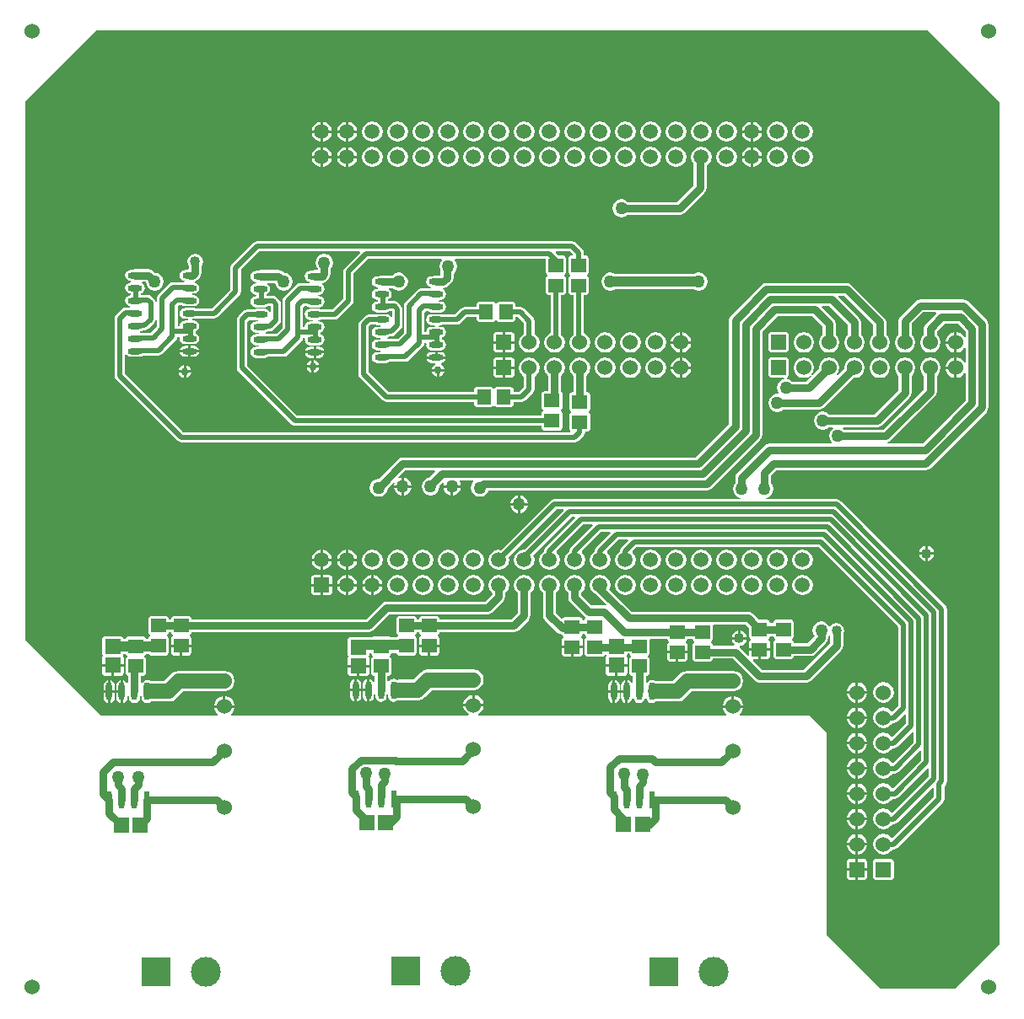
<source format=gbl>
G04 Layer_Physical_Order=2*
G04 Layer_Color=16711680*
%FSLAX25Y25*%
%MOIN*%
G70*
G01*
G75*
%ADD10R,0.06299X0.05905*%
%ADD11R,0.05512X0.05905*%
%ADD12R,0.05905X0.05512*%
%ADD13R,0.05905X0.06299*%
%ADD14C,0.02000*%
%ADD15C,0.06000*%
%ADD16C,0.03000*%
%ADD17C,0.04000*%
%ADD18C,0.06000*%
%ADD19R,0.11811X0.11811*%
%ADD20C,0.11811*%
%ADD21C,0.05905*%
%ADD22R,0.05905X0.05905*%
%ADD23R,0.06000X0.06000*%
%ADD24R,0.06000X0.06000*%
%ADD25C,0.05000*%
%ADD26C,0.04000*%
%ADD27C,0.03000*%
%ADD28O,0.02362X0.07087*%
%ADD29R,0.02362X0.07087*%
%ADD30O,0.05709X0.02362*%
G36*
X354000Y378500D02*
X382500Y350000D01*
X382500Y17000D01*
X364750Y-750D01*
X335250Y-750D01*
X314000Y20500D01*
X314000Y100500D01*
X307500Y107500D01*
X279734D01*
X279589Y107978D01*
X279884Y108175D01*
X280768Y109498D01*
X280979Y110559D01*
X277000D01*
X273021D01*
X273232Y109498D01*
X274116Y108175D01*
X274411Y107978D01*
X274266Y107500D01*
X176462D01*
X176310Y108000D01*
X177321Y108675D01*
X178205Y109998D01*
X178416Y111059D01*
X174437D01*
X170458D01*
X170669Y109998D01*
X171553Y108675D01*
X172564Y108000D01*
X172412Y107500D01*
X78734D01*
X78589Y107978D01*
X78884Y108175D01*
X79768Y109498D01*
X79979Y110559D01*
X76000D01*
X72021D01*
X72232Y109498D01*
X73116Y108175D01*
X73411Y107978D01*
X73265Y107500D01*
X27500D01*
X-2500Y137500D01*
X-2500Y350500D01*
X25500Y378500D01*
X354000Y378500D01*
D02*
G37*
%LPC*%
G36*
X174500Y163030D02*
X172958Y162723D01*
X171650Y161850D01*
X170777Y160542D01*
X170470Y159000D01*
X170777Y157458D01*
X171650Y156150D01*
X172958Y155277D01*
X174500Y154970D01*
X176042Y155277D01*
X177350Y156150D01*
X178223Y157458D01*
X178530Y159000D01*
X178223Y160542D01*
X177350Y161850D01*
X176042Y162723D01*
X174500Y163030D01*
D02*
G37*
G36*
X234500D02*
X232958Y162723D01*
X231650Y161850D01*
X230777Y160542D01*
X230470Y159000D01*
X230777Y157458D01*
X231650Y156150D01*
X232958Y155277D01*
X234500Y154970D01*
X236042Y155277D01*
X237350Y156150D01*
X238223Y157458D01*
X238530Y159000D01*
X238223Y160542D01*
X237350Y161850D01*
X236042Y162723D01*
X234500Y163030D01*
D02*
G37*
G36*
X244500D02*
X242958Y162723D01*
X241650Y161850D01*
X240777Y160542D01*
X240470Y159000D01*
X240777Y157458D01*
X241650Y156150D01*
X242958Y155277D01*
X244500Y154970D01*
X246042Y155277D01*
X247350Y156150D01*
X248223Y157458D01*
X248530Y159000D01*
X248223Y160542D01*
X247350Y161850D01*
X246042Y162723D01*
X244500Y163030D01*
D02*
G37*
G36*
X164500D02*
X162958Y162723D01*
X161650Y161850D01*
X160777Y160542D01*
X160470Y159000D01*
X160777Y157458D01*
X161650Y156150D01*
X162958Y155277D01*
X164500Y154970D01*
X166042Y155277D01*
X167350Y156150D01*
X168223Y157458D01*
X168530Y159000D01*
X168223Y160542D01*
X167350Y161850D01*
X166042Y162723D01*
X164500Y163030D01*
D02*
G37*
G36*
X118535Y158500D02*
X115000D01*
Y154965D01*
X117453D01*
X118218Y155282D01*
X118535Y156047D01*
Y158500D01*
D02*
G37*
G36*
X144500Y163030D02*
X142958Y162723D01*
X141650Y161850D01*
X140777Y160542D01*
X140470Y159000D01*
X140777Y157458D01*
X141650Y156150D01*
X142958Y155277D01*
X144500Y154970D01*
X146042Y155277D01*
X147350Y156150D01*
X148223Y157458D01*
X148530Y159000D01*
X148223Y160542D01*
X147350Y161850D01*
X146042Y162723D01*
X144500Y163030D01*
D02*
G37*
G36*
X154500D02*
X152958Y162723D01*
X151650Y161850D01*
X150777Y160542D01*
X150470Y159000D01*
X150777Y157458D01*
X151650Y156150D01*
X152958Y155277D01*
X154500Y154970D01*
X156042Y155277D01*
X157350Y156150D01*
X158223Y157458D01*
X158530Y159000D01*
X158223Y160542D01*
X157350Y161850D01*
X156042Y162723D01*
X154500Y163030D01*
D02*
G37*
G36*
X254500D02*
X252958Y162723D01*
X251650Y161850D01*
X250777Y160542D01*
X250470Y159000D01*
X250777Y157458D01*
X251650Y156150D01*
X252958Y155277D01*
X254500Y154970D01*
X256042Y155277D01*
X257350Y156150D01*
X258223Y157458D01*
X258530Y159000D01*
X258223Y160542D01*
X257350Y161850D01*
X256042Y162723D01*
X254500Y163030D01*
D02*
G37*
G36*
X304500D02*
X302958Y162723D01*
X301650Y161850D01*
X300777Y160542D01*
X300470Y159000D01*
X300777Y157458D01*
X301650Y156150D01*
X302958Y155277D01*
X304500Y154970D01*
X306042Y155277D01*
X307350Y156150D01*
X308223Y157458D01*
X308530Y159000D01*
X308223Y160542D01*
X307350Y161850D01*
X306042Y162723D01*
X304500Y163030D01*
D02*
G37*
G36*
X128431Y158500D02*
X125000D01*
Y155069D01*
X126042Y155277D01*
X127350Y156150D01*
X128223Y157458D01*
X128431Y158500D01*
D02*
G37*
G36*
X138431D02*
X135000D01*
Y155069D01*
X136042Y155277D01*
X137350Y156150D01*
X138223Y157458D01*
X138431Y158500D01*
D02*
G37*
G36*
X294500Y163030D02*
X292958Y162723D01*
X291650Y161850D01*
X290777Y160542D01*
X290470Y159000D01*
X290777Y157458D01*
X291650Y156150D01*
X292958Y155277D01*
X294500Y154970D01*
X296042Y155277D01*
X297350Y156150D01*
X298223Y157458D01*
X298530Y159000D01*
X298223Y160542D01*
X297350Y161850D01*
X296042Y162723D01*
X294500Y163030D01*
D02*
G37*
G36*
X264500D02*
X262958Y162723D01*
X261650Y161850D01*
X260777Y160542D01*
X260470Y159000D01*
X260777Y157458D01*
X261650Y156150D01*
X262958Y155277D01*
X264500Y154970D01*
X266042Y155277D01*
X267350Y156150D01*
X268223Y157458D01*
X268530Y159000D01*
X268223Y160542D01*
X267350Y161850D01*
X266042Y162723D01*
X264500Y163030D01*
D02*
G37*
G36*
X274500D02*
X272958Y162723D01*
X271650Y161850D01*
X270777Y160542D01*
X270470Y159000D01*
X270777Y157458D01*
X271650Y156150D01*
X272958Y155277D01*
X274500Y154970D01*
X276042Y155277D01*
X277350Y156150D01*
X278223Y157458D01*
X278530Y159000D01*
X278223Y160542D01*
X277350Y161850D01*
X276042Y162723D01*
X274500Y163030D01*
D02*
G37*
G36*
X284500D02*
X282958Y162723D01*
X281650Y161850D01*
X280777Y160542D01*
X280470Y159000D01*
X280777Y157458D01*
X281650Y156150D01*
X282958Y155277D01*
X284500Y154970D01*
X286042Y155277D01*
X287350Y156150D01*
X288223Y157458D01*
X288530Y159000D01*
X288223Y160542D01*
X287350Y161850D01*
X286042Y162723D01*
X284500Y163030D01*
D02*
G37*
G36*
X259035Y132063D02*
X255500D01*
Y128725D01*
X257953D01*
X258718Y129042D01*
X259035Y129807D01*
Y132063D01*
D02*
G37*
G36*
X213000Y134063D02*
X209465D01*
Y131807D01*
X209782Y131042D01*
X210547Y130725D01*
X213000D01*
Y134063D01*
D02*
G37*
G36*
X217535D02*
X214000D01*
Y130725D01*
X216453D01*
X217218Y131042D01*
X217535Y131807D01*
Y134063D01*
D02*
G37*
G36*
X254500Y132063D02*
X250965D01*
Y129807D01*
X251282Y129042D01*
X252047Y128725D01*
X254500D01*
Y132063D01*
D02*
G37*
G36*
X36232Y126760D02*
X32500D01*
Y123225D01*
X35150D01*
X35915Y123542D01*
X36232Y124307D01*
Y126760D01*
D02*
G37*
G36*
X230500D02*
X226768D01*
Y124307D01*
X227085Y123542D01*
X227850Y123225D01*
X230500D01*
Y126760D01*
D02*
G37*
G36*
X235232D02*
X231500D01*
Y123225D01*
X234150D01*
X234915Y123542D01*
X235232Y124307D01*
Y126760D01*
D02*
G37*
G36*
X58500Y134563D02*
X54965D01*
Y132307D01*
X55282Y131542D01*
X56047Y131225D01*
X58500D01*
Y134563D01*
D02*
G37*
G36*
X194500Y163030D02*
X192958Y162723D01*
X191650Y161850D01*
X190777Y160542D01*
X190470Y159000D01*
X190777Y157458D01*
X191650Y156150D01*
X191951Y155949D01*
Y148056D01*
X189381Y145486D01*
X161035D01*
Y145693D01*
X160718Y146458D01*
X159953Y146775D01*
X154047D01*
X153282Y146458D01*
X152965Y145693D01*
Y145486D01*
X152035D01*
Y145693D01*
X151718Y146458D01*
X150953Y146775D01*
X145047D01*
X144282Y146458D01*
X143965Y145693D01*
Y140181D01*
X144282Y139416D01*
X144632Y139271D01*
Y138729D01*
X144282Y138584D01*
X144164Y138299D01*
X141726D01*
X141718Y138317D01*
X140953Y138634D01*
X135047D01*
X134282Y138317D01*
X134274Y138299D01*
X132618D01*
X132150Y138493D01*
X125850D01*
X125085Y138176D01*
X124768Y137410D01*
Y131505D01*
X125085Y130740D01*
X125085Y130695D01*
X124768Y129930D01*
Y127477D01*
X133232D01*
Y129930D01*
X132915Y130695D01*
X132915Y130740D01*
X133232Y131505D01*
Y132181D01*
X133965D01*
Y132040D01*
X134282Y131274D01*
X134632Y131129D01*
Y130588D01*
X134282Y130443D01*
X133965Y129678D01*
Y124166D01*
X134282Y123400D01*
X135047Y123083D01*
X135388D01*
Y120933D01*
X134888Y120782D01*
X134510Y121348D01*
X133788Y121830D01*
X133437Y121900D01*
Y117413D01*
Y112927D01*
X133788Y112997D01*
X134510Y113479D01*
X134992Y114200D01*
X135161Y115051D01*
Y115611D01*
X135661Y115857D01*
X135713Y115817D01*
Y115051D01*
X135882Y114200D01*
X136364Y113479D01*
X137086Y112997D01*
X137937Y112827D01*
X138788Y112997D01*
X139509Y113479D01*
X139992Y114200D01*
X140161Y115051D01*
Y115817D01*
X140213Y115857D01*
X140713Y115611D01*
Y115051D01*
X140882Y114200D01*
X141365Y113479D01*
X142086Y112997D01*
X142937Y112827D01*
X143788Y112997D01*
X144509Y113479D01*
X144533Y113514D01*
X145000Y113422D01*
X152437D01*
X152437Y113422D01*
X153998Y113732D01*
X155321Y114616D01*
X158185Y117481D01*
X174437D01*
X175998Y117791D01*
X177321Y118675D01*
X178205Y119998D01*
X178515Y121559D01*
X178205Y123120D01*
X177321Y124443D01*
X175998Y125327D01*
X174437Y125637D01*
X156496D01*
X156496Y125637D01*
X154935Y125327D01*
X153612Y124443D01*
X153612Y124443D01*
X150748Y121578D01*
X145000D01*
X144356Y121450D01*
X143788Y121830D01*
X142937Y121999D01*
X142086Y121830D01*
X141365Y121348D01*
X140986Y120782D01*
X140486Y120933D01*
Y123083D01*
X140953D01*
X141718Y123400D01*
X142035Y124166D01*
Y129678D01*
X141718Y130443D01*
X141368Y130588D01*
Y131129D01*
X141718Y131274D01*
X142035Y132040D01*
Y132181D01*
X144017D01*
X144282Y131542D01*
X145047Y131225D01*
X150953D01*
X151718Y131542D01*
X152035Y132307D01*
Y137819D01*
X151718Y138584D01*
X151368Y138729D01*
Y139271D01*
X151718Y139416D01*
X152035Y140181D01*
Y140388D01*
X152965D01*
Y140181D01*
X153282Y139416D01*
X153632Y139271D01*
Y138729D01*
X153282Y138584D01*
X152965Y137819D01*
Y135563D01*
X161035D01*
Y137819D01*
X160718Y138584D01*
X160368Y138729D01*
Y139271D01*
X160718Y139416D01*
X161035Y140181D01*
Y140388D01*
X190437D01*
X191412Y140582D01*
X192239Y141135D01*
X196302Y145198D01*
X196855Y146025D01*
X197049Y147000D01*
Y155949D01*
X197350Y156150D01*
X198223Y157458D01*
X198530Y159000D01*
X198223Y160542D01*
X197350Y161850D01*
X196042Y162723D01*
X194500Y163030D01*
D02*
G37*
G36*
X224500D02*
X222958Y162723D01*
X221650Y161850D01*
X220777Y160542D01*
X220470Y159000D01*
X220777Y157458D01*
X221650Y156150D01*
X222958Y155277D01*
X223159Y155237D01*
X227044Y151351D01*
X226798Y150890D01*
X226000Y151049D01*
X221056D01*
X217049Y155056D01*
Y155949D01*
X217350Y156150D01*
X218223Y157458D01*
X218530Y159000D01*
X218223Y160542D01*
X217350Y161850D01*
X216042Y162723D01*
X214500Y163030D01*
X212958Y162723D01*
X211650Y161850D01*
X210777Y160542D01*
X210470Y159000D01*
X210777Y157458D01*
X211650Y156150D01*
X211951Y155949D01*
Y154000D01*
X212145Y153024D01*
X212698Y152198D01*
X218198Y146698D01*
X218604Y146426D01*
X218782Y145958D01*
X218465Y145193D01*
Y144986D01*
X217535D01*
Y145193D01*
X217218Y145958D01*
X216453Y146275D01*
X210547D01*
X209782Y145958D01*
X209768Y145925D01*
X209278Y145827D01*
X207049Y148056D01*
Y155949D01*
X207350Y156150D01*
X208223Y157458D01*
X208530Y159000D01*
X208223Y160542D01*
X207350Y161850D01*
X206042Y162723D01*
X204500Y163030D01*
X202958Y162723D01*
X201650Y161850D01*
X200777Y160542D01*
X200470Y159000D01*
X200777Y157458D01*
X201650Y156150D01*
X201951Y155949D01*
Y147000D01*
X202145Y146025D01*
X202698Y145198D01*
X207729Y140166D01*
X208556Y139614D01*
X209531Y139419D01*
X209573D01*
X209782Y138916D01*
X210132Y138771D01*
Y138229D01*
X209782Y138084D01*
X209465Y137319D01*
Y135063D01*
X217535D01*
Y137319D01*
X217218Y138084D01*
X216868Y138229D01*
Y138771D01*
X217218Y138916D01*
X217535Y139681D01*
Y139888D01*
X218465D01*
Y139681D01*
X218782Y138916D01*
X219132Y138771D01*
Y138229D01*
X218782Y138084D01*
X218465Y137319D01*
Y131807D01*
X218782Y131042D01*
X219547Y130725D01*
X225453D01*
X226218Y131042D01*
X226377Y131425D01*
X226918D01*
X227085Y131022D01*
X227085Y130978D01*
X226768Y130213D01*
Y127760D01*
X235232D01*
Y130213D01*
X234915Y130978D01*
X234915Y131022D01*
X235232Y131787D01*
Y132014D01*
X235976D01*
X236282Y131274D01*
X236632Y131129D01*
Y130588D01*
X236282Y130443D01*
X235965Y129678D01*
Y124166D01*
X236282Y123400D01*
X237047Y123083D01*
X237451D01*
Y120433D01*
X236951Y120282D01*
X236573Y120848D01*
X235851Y121330D01*
X235500Y121400D01*
Y116913D01*
Y112427D01*
X235851Y112497D01*
X236573Y112979D01*
X237055Y113700D01*
X237224Y114551D01*
Y115111D01*
X237724Y115357D01*
X237776Y115317D01*
Y114551D01*
X237945Y113700D01*
X238427Y112979D01*
X239149Y112497D01*
X240000Y112327D01*
X240851Y112497D01*
X241572Y112979D01*
X242055Y113700D01*
X242224Y114551D01*
Y114822D01*
X242724Y115035D01*
X242776Y114985D01*
Y114551D01*
X242945Y113700D01*
X243427Y112979D01*
X244149Y112497D01*
X245000Y112327D01*
X245851Y112497D01*
X246490Y112924D01*
X246500Y112922D01*
X255000D01*
X255000Y112922D01*
X256561Y113232D01*
X257884Y114116D01*
X260748Y116981D01*
X277000D01*
X278561Y117291D01*
X279884Y118175D01*
X280768Y119498D01*
X281078Y121059D01*
X280768Y122620D01*
X279884Y123943D01*
X278561Y124827D01*
X277000Y125137D01*
X259059D01*
X259059Y125137D01*
X257498Y124827D01*
X256175Y123943D01*
X256175Y123943D01*
X253311Y121078D01*
X246500D01*
X246290Y121037D01*
X245851Y121330D01*
X245000Y121499D01*
X244149Y121330D01*
X243427Y120848D01*
X243049Y120282D01*
X242549Y120433D01*
Y123083D01*
X242953D01*
X243718Y123400D01*
X244035Y124166D01*
Y129678D01*
X243718Y130443D01*
X243368Y130588D01*
Y131129D01*
X243718Y131274D01*
X244035Y132040D01*
Y137552D01*
X244260Y137888D01*
X250965D01*
Y137681D01*
X251282Y136916D01*
X251632Y136771D01*
Y136229D01*
X251282Y136084D01*
X250965Y135319D01*
Y133063D01*
X259035D01*
Y135319D01*
X258718Y136084D01*
X258368Y136229D01*
Y136771D01*
X258718Y136916D01*
X259035Y137681D01*
Y137888D01*
X260965D01*
Y137681D01*
X261282Y136916D01*
X261632Y136771D01*
Y136229D01*
X261282Y136084D01*
X260965Y135319D01*
Y129807D01*
X261282Y129042D01*
X262047Y128725D01*
X267953D01*
X268718Y129042D01*
X269035Y129807D01*
Y130014D01*
X276881D01*
X285698Y121198D01*
X286525Y120645D01*
X287500Y120451D01*
X306000D01*
X306976Y120645D01*
X307802Y121198D01*
X319802Y133198D01*
X320355Y134025D01*
X320549Y135000D01*
Y139415D01*
X320826Y139830D01*
X321059Y141000D01*
X320826Y142171D01*
X320163Y143163D01*
X319170Y143826D01*
X318000Y144059D01*
X316829Y143826D01*
X315837Y143163D01*
X315601Y142810D01*
X315000D01*
X314523Y143523D01*
X313366Y144297D01*
X312000Y144569D01*
X310634Y144297D01*
X309477Y143523D01*
X308703Y142366D01*
X308431Y141000D01*
X308703Y139634D01*
X309234Y138839D01*
X306507Y136112D01*
X301035D01*
Y136319D01*
X300718Y137084D01*
X300368Y137229D01*
Y137771D01*
X300718Y137916D01*
X301035Y138681D01*
Y144193D01*
X300718Y144958D01*
X299953Y145275D01*
X294047D01*
X293282Y144958D01*
X292965Y144193D01*
Y143986D01*
X291535D01*
Y144193D01*
X291218Y144958D01*
X290453Y145275D01*
X287266D01*
X284739Y147802D01*
X283912Y148355D01*
X282937Y148549D01*
X237056D01*
X228193Y157412D01*
X228223Y157458D01*
X228530Y159000D01*
X228223Y160542D01*
X227350Y161850D01*
X226042Y162723D01*
X224500Y163030D01*
D02*
G37*
G36*
X114000Y158500D02*
X110465D01*
Y156047D01*
X110782Y155282D01*
X111547Y154965D01*
X114000D01*
Y158500D01*
D02*
G37*
G36*
X184500Y163030D02*
X182958Y162723D01*
X181650Y161850D01*
X180777Y160542D01*
X180470Y159000D01*
X180777Y157458D01*
X181650Y156150D01*
X181852Y156015D01*
X181886Y155491D01*
X178944Y152549D01*
X140000D01*
X139024Y152355D01*
X138198Y151802D01*
X131881Y145486D01*
X63035D01*
Y145693D01*
X62718Y146458D01*
X61953Y146775D01*
X56047D01*
X55282Y146458D01*
X54965Y145693D01*
Y145486D01*
X54035D01*
Y145693D01*
X53718Y146458D01*
X52953Y146775D01*
X47047D01*
X46282Y146458D01*
X45965Y145693D01*
Y140181D01*
X46282Y139416D01*
X46632Y139271D01*
Y138729D01*
X46282Y138584D01*
X45965Y137819D01*
Y137799D01*
X44933D01*
X44718Y138317D01*
X43953Y138634D01*
X38047D01*
X37282Y138317D01*
X37067Y137799D01*
X36188D01*
X35915Y138458D01*
X35150Y138775D01*
X28850D01*
X28085Y138458D01*
X27768Y137693D01*
Y131787D01*
X28085Y131022D01*
X28085Y130978D01*
X27768Y130213D01*
Y127760D01*
X36232D01*
Y130213D01*
X35915Y130978D01*
X35915Y131022D01*
X36188Y131681D01*
X37113D01*
X37282Y131274D01*
X37632Y131129D01*
Y130588D01*
X37282Y130443D01*
X36965Y129678D01*
Y124166D01*
X37282Y123400D01*
X37951Y123123D01*
Y120433D01*
X37451Y120282D01*
X37073Y120848D01*
X36351Y121330D01*
X36000Y121400D01*
Y116913D01*
Y112427D01*
X36351Y112497D01*
X37073Y112979D01*
X37555Y113700D01*
X37724Y114551D01*
Y115111D01*
X38224Y115357D01*
X38276Y115317D01*
Y114551D01*
X38445Y113700D01*
X38928Y112979D01*
X39649Y112497D01*
X40500Y112327D01*
X41351Y112497D01*
X42072Y112979D01*
X42555Y113700D01*
X42724Y114551D01*
Y115317D01*
X42776Y115357D01*
X43276Y115111D01*
Y114551D01*
X43445Y113700D01*
X43927Y112979D01*
X44649Y112497D01*
X45500Y112327D01*
X46351Y112497D01*
X47072Y112979D01*
X47089Y113003D01*
X47500Y112922D01*
X54000D01*
X54000Y112922D01*
X55561Y113232D01*
X56884Y114116D01*
X59748Y116981D01*
X76000D01*
X77561Y117291D01*
X78884Y118175D01*
X79768Y119498D01*
X80078Y121059D01*
X79768Y122620D01*
X78884Y123943D01*
X77561Y124827D01*
X76000Y125137D01*
X58059D01*
X58059Y125137D01*
X56498Y124827D01*
X55175Y123943D01*
X55175Y123943D01*
X52311Y121078D01*
X47500D01*
X46905Y120960D01*
X46351Y121330D01*
X45500Y121499D01*
X44649Y121330D01*
X43927Y120848D01*
X43549Y120282D01*
X43049Y120433D01*
Y123083D01*
X43953D01*
X44718Y123400D01*
X45035Y124166D01*
Y129678D01*
X44718Y130443D01*
X44368Y130588D01*
Y131129D01*
X44718Y131274D01*
X44887Y131681D01*
X46224D01*
X46282Y131542D01*
X47047Y131225D01*
X52953D01*
X53718Y131542D01*
X54035Y132307D01*
Y137819D01*
X53718Y138584D01*
X53368Y138729D01*
Y139271D01*
X53718Y139416D01*
X54035Y140181D01*
Y140388D01*
X54965D01*
Y140181D01*
X55282Y139416D01*
X55632Y139271D01*
Y138729D01*
X55282Y138584D01*
X54965Y137819D01*
Y135563D01*
X63035D01*
Y137819D01*
X62718Y138584D01*
X62368Y138729D01*
Y139271D01*
X62718Y139416D01*
X63035Y140181D01*
Y140388D01*
X132937D01*
X133912Y140582D01*
X134739Y141135D01*
X141056Y147451D01*
X180000D01*
X180975Y147645D01*
X181802Y148198D01*
X186302Y152698D01*
X186855Y153524D01*
X187049Y154500D01*
Y155949D01*
X187350Y156150D01*
X188223Y157458D01*
X188530Y159000D01*
X188223Y160542D01*
X187350Y161850D01*
X186042Y162723D01*
X184500Y163030D01*
D02*
G37*
G36*
X63035Y134563D02*
X59500D01*
Y131225D01*
X61953D01*
X62718Y131542D01*
X63035Y132307D01*
Y134563D01*
D02*
G37*
G36*
X156500D02*
X152965D01*
Y132307D01*
X153282Y131542D01*
X154047Y131225D01*
X156500D01*
Y134563D01*
D02*
G37*
G36*
X161035D02*
X157500D01*
Y131225D01*
X159953D01*
X160718Y131542D01*
X161035Y132307D01*
Y134563D01*
D02*
G37*
G36*
X124000Y158500D02*
X120569D01*
X120777Y157458D01*
X121650Y156150D01*
X122958Y155277D01*
X124000Y155069D01*
Y158500D01*
D02*
G37*
G36*
X118431Y168500D02*
X115000D01*
Y165069D01*
X116042Y165277D01*
X117350Y166150D01*
X118223Y167458D01*
X118431Y168500D01*
D02*
G37*
G36*
X128431D02*
X125000D01*
Y165069D01*
X126042Y165277D01*
X127350Y166150D01*
X128223Y167458D01*
X128431Y168500D01*
D02*
G37*
G36*
X114000D02*
X110569D01*
X110777Y167458D01*
X111650Y166150D01*
X112958Y165277D01*
X114000Y165069D01*
Y168500D01*
D02*
G37*
G36*
X304500Y173030D02*
X302958Y172723D01*
X301650Y171850D01*
X300777Y170542D01*
X300470Y169000D01*
X300777Y167458D01*
X301650Y166150D01*
X302958Y165277D01*
X304500Y164970D01*
X306042Y165277D01*
X307350Y166150D01*
X308223Y167458D01*
X308530Y169000D01*
X308223Y170542D01*
X307350Y171850D01*
X306042Y172723D01*
X304500Y173030D01*
D02*
G37*
G36*
X274500D02*
X272958Y172723D01*
X271650Y171850D01*
X270777Y170542D01*
X270470Y169000D01*
X270777Y167458D01*
X271650Y166150D01*
X272958Y165277D01*
X274500Y164970D01*
X276042Y165277D01*
X277350Y166150D01*
X278223Y167458D01*
X278530Y169000D01*
X278223Y170542D01*
X277350Y171850D01*
X276042Y172723D01*
X274500Y173030D01*
D02*
G37*
G36*
X284500D02*
X282958Y172723D01*
X281650Y171850D01*
X280777Y170542D01*
X280470Y169000D01*
X280777Y167458D01*
X281650Y166150D01*
X282958Y165277D01*
X284500Y164970D01*
X286042Y165277D01*
X287350Y166150D01*
X288223Y167458D01*
X288530Y169000D01*
X288223Y170542D01*
X287350Y171850D01*
X286042Y172723D01*
X284500Y173030D01*
D02*
G37*
G36*
X294500D02*
X292958Y172723D01*
X291650Y171850D01*
X290777Y170542D01*
X290470Y169000D01*
X290777Y167458D01*
X291650Y166150D01*
X292958Y165277D01*
X294500Y164970D01*
X296042Y165277D01*
X297350Y166150D01*
X298223Y167458D01*
X298530Y169000D01*
X298223Y170542D01*
X297350Y171850D01*
X296042Y172723D01*
X294500Y173030D01*
D02*
G37*
G36*
X124000Y168500D02*
X120569D01*
X120777Y167458D01*
X121650Y166150D01*
X122958Y165277D01*
X124000Y165069D01*
Y168500D01*
D02*
G37*
G36*
X115000Y172931D02*
Y169500D01*
X118431D01*
X118223Y170542D01*
X117350Y171850D01*
X116042Y172723D01*
X115000Y172931D01*
D02*
G37*
G36*
X125000D02*
Y169500D01*
X128431D01*
X128223Y170542D01*
X127350Y171850D01*
X126042Y172723D01*
X125000Y172931D01*
D02*
G37*
G36*
X353000Y174459D02*
X352329Y174326D01*
X351337Y173663D01*
X350674Y172670D01*
X350541Y172000D01*
X353000D01*
Y174459D01*
D02*
G37*
G36*
X124000Y172931D02*
X122958Y172723D01*
X121650Y171850D01*
X120777Y170542D01*
X120569Y169500D01*
X124000D01*
Y172931D01*
D02*
G37*
G36*
X353000Y171000D02*
X350541D01*
X350674Y170329D01*
X351337Y169337D01*
X352329Y168674D01*
X353000Y168541D01*
Y171000D01*
D02*
G37*
G36*
X356459D02*
X354000D01*
Y168541D01*
X354671Y168674D01*
X355663Y169337D01*
X356326Y170329D01*
X356459Y171000D01*
D02*
G37*
G36*
X114000Y172931D02*
X112958Y172723D01*
X111650Y171850D01*
X110777Y170542D01*
X110569Y169500D01*
X114000D01*
Y172931D01*
D02*
G37*
G36*
X117453Y163035D02*
X115000D01*
Y159500D01*
X118535D01*
Y161953D01*
X118218Y162718D01*
X117453Y163035D01*
D02*
G37*
G36*
X125000Y162931D02*
Y159500D01*
X128431D01*
X128223Y160542D01*
X127350Y161850D01*
X126042Y162723D01*
X125000Y162931D01*
D02*
G37*
G36*
X135000D02*
Y159500D01*
X138431D01*
X138223Y160542D01*
X137350Y161850D01*
X136042Y162723D01*
X135000Y162931D01*
D02*
G37*
G36*
X134000Y162931D02*
X132958Y162723D01*
X131650Y161850D01*
X130777Y160542D01*
X130569Y159500D01*
X134000D01*
Y162931D01*
D02*
G37*
G36*
Y158500D02*
X130569D01*
X130777Y157458D01*
X131650Y156150D01*
X132958Y155277D01*
X134000Y155069D01*
Y158500D01*
D02*
G37*
G36*
X114000Y163035D02*
X111547D01*
X110782Y162718D01*
X110465Y161953D01*
Y159500D01*
X114000D01*
Y163035D01*
D02*
G37*
G36*
X124000Y162931D02*
X122958Y162723D01*
X121650Y161850D01*
X120777Y160542D01*
X120569Y159500D01*
X124000D01*
Y162931D01*
D02*
G37*
G36*
X134500Y173030D02*
X132958Y172723D01*
X131650Y171850D01*
X130777Y170542D01*
X130470Y169000D01*
X130777Y167458D01*
X131650Y166150D01*
X132958Y165277D01*
X134500Y164970D01*
X136042Y165277D01*
X137350Y166150D01*
X138223Y167458D01*
X138530Y169000D01*
X138223Y170542D01*
X137350Y171850D01*
X136042Y172723D01*
X134500Y173030D01*
D02*
G37*
G36*
X244500D02*
X242958Y172723D01*
X241650Y171850D01*
X240777Y170542D01*
X240470Y169000D01*
X240777Y167458D01*
X241650Y166150D01*
X242958Y165277D01*
X244500Y164970D01*
X246042Y165277D01*
X247350Y166150D01*
X248223Y167458D01*
X248530Y169000D01*
X248223Y170542D01*
X247350Y171850D01*
X246042Y172723D01*
X244500Y173030D01*
D02*
G37*
G36*
X254500D02*
X252958Y172723D01*
X251650Y171850D01*
X250777Y170542D01*
X250470Y169000D01*
X250777Y167458D01*
X251650Y166150D01*
X252958Y165277D01*
X254500Y164970D01*
X256042Y165277D01*
X257350Y166150D01*
X258223Y167458D01*
X258530Y169000D01*
X258223Y170542D01*
X257350Y171850D01*
X256042Y172723D01*
X254500Y173030D01*
D02*
G37*
G36*
X264500D02*
X262958Y172723D01*
X261650Y171850D01*
X260777Y170542D01*
X260470Y169000D01*
X260777Y167458D01*
X261650Y166150D01*
X262958Y165277D01*
X264500Y164970D01*
X266042Y165277D01*
X267350Y166150D01*
X268223Y167458D01*
X268530Y169000D01*
X268223Y170542D01*
X267350Y171850D01*
X266042Y172723D01*
X264500Y173030D01*
D02*
G37*
G36*
X174500D02*
X172958Y172723D01*
X171650Y171850D01*
X170777Y170542D01*
X170470Y169000D01*
X170777Y167458D01*
X171650Y166150D01*
X172958Y165277D01*
X174500Y164970D01*
X176042Y165277D01*
X177350Y166150D01*
X178223Y167458D01*
X178530Y169000D01*
X178223Y170542D01*
X177350Y171850D01*
X176042Y172723D01*
X174500Y173030D01*
D02*
G37*
G36*
X144500D02*
X142958Y172723D01*
X141650Y171850D01*
X140777Y170542D01*
X140470Y169000D01*
X140777Y167458D01*
X141650Y166150D01*
X142958Y165277D01*
X144500Y164970D01*
X146042Y165277D01*
X147350Y166150D01*
X148223Y167458D01*
X148530Y169000D01*
X148223Y170542D01*
X147350Y171850D01*
X146042Y172723D01*
X144500Y173030D01*
D02*
G37*
G36*
X154500D02*
X152958Y172723D01*
X151650Y171850D01*
X150777Y170542D01*
X150470Y169000D01*
X150777Y167458D01*
X151650Y166150D01*
X152958Y165277D01*
X154500Y164970D01*
X156042Y165277D01*
X157350Y166150D01*
X158223Y167458D01*
X158530Y169000D01*
X158223Y170542D01*
X157350Y171850D01*
X156042Y172723D01*
X154500Y173030D01*
D02*
G37*
G36*
X164500D02*
X162958Y172723D01*
X161650Y171850D01*
X160777Y170542D01*
X160470Y169000D01*
X160777Y167458D01*
X161650Y166150D01*
X162958Y165277D01*
X164500Y164970D01*
X166042Y165277D01*
X167350Y166150D01*
X168223Y167458D01*
X168530Y169000D01*
X168223Y170542D01*
X167350Y171850D01*
X166042Y172723D01*
X164500Y173030D01*
D02*
G37*
G36*
X325500Y90479D02*
X324439Y90268D01*
X323116Y89384D01*
X322232Y88061D01*
X322021Y87000D01*
X325500D01*
Y90479D01*
D02*
G37*
G36*
X326500Y90479D02*
Y87000D01*
X329979D01*
X329768Y88061D01*
X328884Y89384D01*
X327561Y90268D01*
X326500Y90479D01*
D02*
G37*
G36*
X329979Y96000D02*
X326500D01*
Y92521D01*
X327561Y92732D01*
X328884Y93616D01*
X329768Y94939D01*
X329979Y96000D01*
D02*
G37*
G36*
X325500Y86000D02*
X322021D01*
X322232Y84939D01*
X323116Y83616D01*
X324439Y82732D01*
X325500Y82521D01*
Y86000D01*
D02*
G37*
G36*
Y80479D02*
X324439Y80268D01*
X323116Y79384D01*
X322232Y78061D01*
X322021Y77000D01*
X325500D01*
Y80479D01*
D02*
G37*
G36*
X326500Y80479D02*
Y77000D01*
X329979D01*
X329768Y78061D01*
X328884Y79384D01*
X327561Y80268D01*
X326500Y80479D01*
D02*
G37*
G36*
X329979Y86000D02*
X326500D01*
Y82521D01*
X327561Y82732D01*
X328884Y83616D01*
X329768Y84939D01*
X329979Y86000D01*
D02*
G37*
G36*
X325500Y96000D02*
X322021D01*
X322232Y94939D01*
X323116Y93616D01*
X324439Y92732D01*
X325500Y92521D01*
Y96000D01*
D02*
G37*
G36*
Y110479D02*
X324439Y110268D01*
X323116Y109384D01*
X322232Y108061D01*
X322021Y107000D01*
X325500D01*
Y110479D01*
D02*
G37*
G36*
X326500Y110479D02*
Y107000D01*
X329979D01*
X329768Y108061D01*
X328884Y109384D01*
X327561Y110268D01*
X326500Y110479D01*
D02*
G37*
G36*
X75500Y115038D02*
X74439Y114827D01*
X73116Y113943D01*
X72232Y112620D01*
X72021Y111559D01*
X75500D01*
Y115038D01*
D02*
G37*
G36*
X325500Y106000D02*
X322021D01*
X322232Y104939D01*
X323116Y103616D01*
X324439Y102732D01*
X325500Y102521D01*
Y106000D01*
D02*
G37*
G36*
Y100479D02*
X324439Y100268D01*
X323116Y99384D01*
X322232Y98061D01*
X322021Y97000D01*
X325500D01*
Y100479D01*
D02*
G37*
G36*
X326500Y100479D02*
Y97000D01*
X329979D01*
X329768Y98061D01*
X328884Y99384D01*
X327561Y100268D01*
X326500Y100479D01*
D02*
G37*
G36*
X329979Y106000D02*
X326500D01*
Y102521D01*
X327561Y102732D01*
X328884Y103616D01*
X329768Y104939D01*
X329979Y106000D01*
D02*
G37*
G36*
X329000Y50582D02*
X326500D01*
Y47000D01*
X330082D01*
Y49500D01*
X329765Y50265D01*
X329000Y50582D01*
D02*
G37*
G36*
X329979Y56000D02*
X326500D01*
Y52521D01*
X327561Y52732D01*
X328884Y53616D01*
X329768Y54939D01*
X329979Y56000D01*
D02*
G37*
G36*
X325500D02*
X322021D01*
X322232Y54939D01*
X323116Y53616D01*
X324439Y52732D01*
X325500Y52521D01*
Y56000D01*
D02*
G37*
G36*
Y50582D02*
X323000D01*
X322235Y50265D01*
X321918Y49500D01*
Y47000D01*
X325500D01*
Y50582D01*
D02*
G37*
G36*
Y46000D02*
X321918D01*
Y43500D01*
X322235Y42735D01*
X323000Y42418D01*
X325500D01*
Y46000D01*
D02*
G37*
G36*
X330082D02*
X326500D01*
Y42418D01*
X329000D01*
X329765Y42735D01*
X330082Y43500D01*
Y46000D01*
D02*
G37*
G36*
X339500Y50582D02*
X333500D01*
X332735Y50265D01*
X332418Y49500D01*
Y43500D01*
X332735Y42735D01*
X333500Y42418D01*
X339500D01*
X340265Y42735D01*
X340582Y43500D01*
Y49500D01*
X340265Y50265D01*
X339500Y50582D01*
D02*
G37*
G36*
X325500Y60479D02*
X324439Y60268D01*
X323116Y59384D01*
X322232Y58061D01*
X322021Y57000D01*
X325500D01*
Y60479D01*
D02*
G37*
G36*
X326500Y70479D02*
Y67000D01*
X329979D01*
X329768Y68061D01*
X328884Y69384D01*
X327561Y70268D01*
X326500Y70479D01*
D02*
G37*
G36*
X329979Y76000D02*
X326500D01*
Y72521D01*
X327561Y72732D01*
X328884Y73616D01*
X329768Y74939D01*
X329979Y76000D01*
D02*
G37*
G36*
X325500D02*
X322021D01*
X322232Y74939D01*
X323116Y73616D01*
X324439Y72732D01*
X325500Y72521D01*
Y76000D01*
D02*
G37*
G36*
Y70479D02*
X324439Y70268D01*
X323116Y69384D01*
X322232Y68061D01*
X322021Y67000D01*
X325500D01*
Y70479D01*
D02*
G37*
G36*
X326500Y60479D02*
Y57000D01*
X329979D01*
X329768Y58061D01*
X328884Y59384D01*
X327561Y60268D01*
X326500Y60479D01*
D02*
G37*
G36*
X329979Y66000D02*
X326500D01*
Y62521D01*
X327561Y62732D01*
X328884Y63616D01*
X329768Y64939D01*
X329979Y66000D01*
D02*
G37*
G36*
X325500D02*
X322021D01*
X322232Y64939D01*
X323116Y63616D01*
X324439Y62732D01*
X325500Y62521D01*
Y66000D01*
D02*
G37*
G36*
X276500Y115038D02*
X275439Y114827D01*
X274116Y113943D01*
X273232Y112620D01*
X273021Y111559D01*
X276500D01*
Y115038D01*
D02*
G37*
G36*
X35000Y121400D02*
X34649Y121330D01*
X33928Y120848D01*
X33445Y120127D01*
X33276Y119276D01*
Y117413D01*
X35000D01*
Y121400D01*
D02*
G37*
G36*
X229500D02*
X229149Y121330D01*
X228428Y120848D01*
X227945Y120127D01*
X227776Y119276D01*
Y117413D01*
X229500D01*
Y121400D01*
D02*
G37*
G36*
X234500D02*
X234149Y121330D01*
X233428Y120848D01*
X232945Y120127D01*
X232776Y119276D01*
Y117413D01*
X234500D01*
Y121400D01*
D02*
G37*
G36*
X30000D02*
X29649Y121330D01*
X28927Y120848D01*
X28445Y120127D01*
X28276Y119276D01*
Y117413D01*
X30000D01*
Y121400D01*
D02*
G37*
G36*
X132437Y116913D02*
X130713D01*
Y115051D01*
X130882Y114200D01*
X131365Y113479D01*
X132086Y112997D01*
X132437Y112927D01*
Y116913D01*
D02*
G37*
G36*
X325500Y120479D02*
X324439Y120268D01*
X323116Y119384D01*
X322232Y118061D01*
X322021Y117000D01*
X325500D01*
Y120479D01*
D02*
G37*
G36*
X326500Y120479D02*
Y117000D01*
X329979D01*
X329768Y118061D01*
X328884Y119384D01*
X327561Y120268D01*
X326500Y120479D01*
D02*
G37*
G36*
X31000Y121400D02*
Y117413D01*
X32724D01*
Y119276D01*
X32555Y120127D01*
X32072Y120848D01*
X31351Y121330D01*
X31000Y121400D01*
D02*
G37*
G36*
X128500Y126477D02*
X124768D01*
Y124025D01*
X125085Y123259D01*
X125850Y122942D01*
X128500D01*
Y126477D01*
D02*
G37*
G36*
X133232D02*
X129500D01*
Y122942D01*
X132150D01*
X132915Y123259D01*
X133232Y124025D01*
Y126477D01*
D02*
G37*
G36*
X31500Y126760D02*
X27768D01*
Y124307D01*
X28085Y123542D01*
X28850Y123225D01*
X31500D01*
Y126760D01*
D02*
G37*
G36*
X128437Y121900D02*
Y117913D01*
X130161D01*
Y119776D01*
X129992Y120627D01*
X129509Y121348D01*
X128788Y121830D01*
X128437Y121900D01*
D02*
G37*
G36*
X230500Y121400D02*
Y117413D01*
X232224D01*
Y119276D01*
X232055Y120127D01*
X231573Y120848D01*
X230851Y121330D01*
X230500Y121400D01*
D02*
G37*
G36*
X127437Y121900D02*
X127086Y121830D01*
X126365Y121348D01*
X125882Y120627D01*
X125713Y119776D01*
Y117913D01*
X127437D01*
Y121900D01*
D02*
G37*
G36*
X132437D02*
X132086Y121830D01*
X131365Y121348D01*
X130882Y120627D01*
X130713Y119776D01*
Y117913D01*
X132437D01*
Y121900D01*
D02*
G37*
G36*
X336500Y120578D02*
X334939Y120268D01*
X333616Y119384D01*
X332732Y118061D01*
X332422Y116500D01*
X332732Y114939D01*
X333616Y113616D01*
X334939Y112732D01*
X336500Y112422D01*
X338061Y112732D01*
X339384Y113616D01*
X340268Y114939D01*
X340578Y116500D01*
X340268Y118061D01*
X339384Y119384D01*
X338061Y120268D01*
X336500Y120578D01*
D02*
G37*
G36*
X232224Y116413D02*
X230500D01*
Y112427D01*
X230851Y112497D01*
X231573Y112979D01*
X232055Y113700D01*
X232224Y114551D01*
Y116413D01*
D02*
G37*
G36*
X32724D02*
X31000D01*
Y112427D01*
X31351Y112497D01*
X32072Y112979D01*
X32555Y113700D01*
X32724Y114551D01*
Y116413D01*
D02*
G37*
G36*
X174937Y115538D02*
Y112059D01*
X178416D01*
X178205Y113120D01*
X177321Y114443D01*
X175998Y115327D01*
X174937Y115538D01*
D02*
G37*
G36*
X76500Y115038D02*
Y111559D01*
X79979D01*
X79768Y112620D01*
X78884Y113943D01*
X77561Y114827D01*
X76500Y115038D01*
D02*
G37*
G36*
X277500D02*
Y111559D01*
X280979D01*
X280768Y112620D01*
X279884Y113943D01*
X278561Y114827D01*
X277500Y115038D01*
D02*
G37*
G36*
X173937Y115538D02*
X172876Y115327D01*
X171553Y114443D01*
X170669Y113120D01*
X170458Y112059D01*
X173937D01*
Y115538D01*
D02*
G37*
G36*
X234500Y116413D02*
X232776D01*
Y114551D01*
X232945Y113700D01*
X233428Y112979D01*
X234149Y112497D01*
X234500Y112427D01*
Y116413D01*
D02*
G37*
G36*
X325500Y116000D02*
X322021D01*
X322232Y114939D01*
X323116Y113616D01*
X324439Y112732D01*
X325500Y112521D01*
Y116000D01*
D02*
G37*
G36*
X130161Y116913D02*
X128437D01*
Y112927D01*
X128788Y112997D01*
X129509Y113479D01*
X129992Y114200D01*
X130161Y115051D01*
Y116913D01*
D02*
G37*
G36*
X127437D02*
X125713D01*
Y115051D01*
X125882Y114200D01*
X126365Y113479D01*
X127086Y112997D01*
X127437Y112927D01*
Y116913D01*
D02*
G37*
G36*
X329979Y116000D02*
X326500D01*
Y112521D01*
X327561Y112732D01*
X328884Y113616D01*
X329768Y114939D01*
X329979Y116000D01*
D02*
G37*
G36*
X30000Y116413D02*
X28276D01*
Y114551D01*
X28445Y113700D01*
X28927Y112979D01*
X29649Y112497D01*
X30000Y112427D01*
Y116413D01*
D02*
G37*
G36*
X35000D02*
X33276D01*
Y114551D01*
X33445Y113700D01*
X33928Y112979D01*
X34649Y112497D01*
X35000Y112427D01*
Y116413D01*
D02*
G37*
G36*
X229500D02*
X227776D01*
Y114551D01*
X227945Y113700D01*
X228428Y112979D01*
X229149Y112497D01*
X229500Y112427D01*
Y116413D01*
D02*
G37*
G36*
X294500Y332322D02*
X292958Y332015D01*
X291650Y331141D01*
X290777Y329834D01*
X290470Y328291D01*
X290777Y326749D01*
X291650Y325442D01*
X292958Y324568D01*
X294500Y324261D01*
X296042Y324568D01*
X297350Y325442D01*
X298223Y326749D01*
X298530Y328291D01*
X298223Y329834D01*
X297350Y331141D01*
X296042Y332015D01*
X294500Y332322D01*
D02*
G37*
G36*
X304500D02*
X302958Y332015D01*
X301650Y331141D01*
X300777Y329834D01*
X300470Y328291D01*
X300777Y326749D01*
X301650Y325442D01*
X302958Y324568D01*
X304500Y324261D01*
X306042Y324568D01*
X307350Y325442D01*
X308223Y326749D01*
X308530Y328291D01*
X308223Y329834D01*
X307350Y331141D01*
X306042Y332015D01*
X304500Y332322D01*
D02*
G37*
G36*
X128431Y327791D02*
X125000D01*
Y324361D01*
X126042Y324568D01*
X127350Y325442D01*
X128223Y326749D01*
X128431Y327791D01*
D02*
G37*
G36*
X274500Y332322D02*
X272958Y332015D01*
X271650Y331141D01*
X270777Y329834D01*
X270470Y328291D01*
X270777Y326749D01*
X271650Y325442D01*
X272958Y324568D01*
X274500Y324261D01*
X276042Y324568D01*
X277350Y325442D01*
X278223Y326749D01*
X278530Y328291D01*
X278223Y329834D01*
X277350Y331141D01*
X276042Y332015D01*
X274500Y332322D01*
D02*
G37*
G36*
X234500D02*
X232958Y332015D01*
X231650Y331141D01*
X230777Y329834D01*
X230470Y328291D01*
X230777Y326749D01*
X231650Y325442D01*
X232958Y324568D01*
X234500Y324261D01*
X236042Y324568D01*
X237350Y325442D01*
X238223Y326749D01*
X238530Y328291D01*
X238223Y329834D01*
X237350Y331141D01*
X236042Y332015D01*
X234500Y332322D01*
D02*
G37*
G36*
X244500D02*
X242958Y332015D01*
X241650Y331141D01*
X240777Y329834D01*
X240470Y328291D01*
X240777Y326749D01*
X241650Y325442D01*
X242958Y324568D01*
X244500Y324261D01*
X246042Y324568D01*
X247350Y325442D01*
X248223Y326749D01*
X248530Y328291D01*
X248223Y329834D01*
X247350Y331141D01*
X246042Y332015D01*
X244500Y332322D01*
D02*
G37*
G36*
X254500D02*
X252958Y332015D01*
X251650Y331141D01*
X250777Y329834D01*
X250470Y328291D01*
X250777Y326749D01*
X251650Y325442D01*
X252958Y324568D01*
X254500Y324261D01*
X256042Y324568D01*
X257350Y325442D01*
X258223Y326749D01*
X258530Y328291D01*
X258223Y329834D01*
X257350Y331141D01*
X256042Y332015D01*
X254500Y332322D01*
D02*
G37*
G36*
X288431Y327791D02*
X285000D01*
Y324361D01*
X286042Y324568D01*
X287350Y325442D01*
X288223Y326749D01*
X288431Y327791D01*
D02*
G37*
G36*
X114000Y332222D02*
X112958Y332015D01*
X111650Y331141D01*
X110777Y329834D01*
X110569Y328791D01*
X114000D01*
Y332222D01*
D02*
G37*
G36*
X124000D02*
X122958Y332015D01*
X121650Y331141D01*
X120777Y329834D01*
X120569Y328791D01*
X124000D01*
Y332222D01*
D02*
G37*
G36*
X284000D02*
X282958Y332015D01*
X281650Y331141D01*
X280777Y329834D01*
X280569Y328791D01*
X284000D01*
Y332222D01*
D02*
G37*
G36*
Y327791D02*
X280569D01*
X280777Y326749D01*
X281650Y325442D01*
X282958Y324568D01*
X284000Y324361D01*
Y327791D01*
D02*
G37*
G36*
X118431D02*
X115000D01*
Y324361D01*
X116042Y324568D01*
X117350Y325442D01*
X118223Y326749D01*
X118431Y327791D01*
D02*
G37*
G36*
X114000D02*
X110569D01*
X110777Y326749D01*
X111650Y325442D01*
X112958Y324568D01*
X114000Y324361D01*
Y327791D01*
D02*
G37*
G36*
X124000D02*
X120569D01*
X120777Y326749D01*
X121650Y325442D01*
X122958Y324568D01*
X124000Y324361D01*
Y327791D01*
D02*
G37*
G36*
X224500Y332322D02*
X222958Y332015D01*
X221650Y331141D01*
X220777Y329834D01*
X220470Y328291D01*
X220777Y326749D01*
X221650Y325442D01*
X222958Y324568D01*
X224500Y324261D01*
X226042Y324568D01*
X227350Y325442D01*
X228223Y326749D01*
X228530Y328291D01*
X228223Y329834D01*
X227350Y331141D01*
X226042Y332015D01*
X224500Y332322D01*
D02*
G37*
G36*
X263500Y282569D02*
X262134Y282297D01*
X261778Y282059D01*
X230222D01*
X229866Y282297D01*
X228500Y282569D01*
X227134Y282297D01*
X225977Y281523D01*
X225203Y280366D01*
X224931Y279000D01*
X225203Y277634D01*
X225977Y276477D01*
X227134Y275703D01*
X228500Y275431D01*
X229866Y275703D01*
X230222Y275941D01*
X261778D01*
X262134Y275703D01*
X263500Y275431D01*
X264866Y275703D01*
X266023Y276477D01*
X266797Y277634D01*
X267069Y279000D01*
X266797Y280366D01*
X266023Y281523D01*
X264866Y282297D01*
X263500Y282569D01*
D02*
G37*
G36*
X264500Y332322D02*
X262958Y332015D01*
X261650Y331141D01*
X260777Y329834D01*
X260470Y328291D01*
X260777Y326749D01*
X261451Y325740D01*
Y317056D01*
X254944Y310549D01*
X235485D01*
X234366Y311297D01*
X233000Y311569D01*
X231634Y311297D01*
X230477Y310523D01*
X229703Y309366D01*
X229431Y308000D01*
X229703Y306634D01*
X230477Y305477D01*
X231634Y304703D01*
X233000Y304431D01*
X234366Y304703D01*
X235485Y305451D01*
X256000D01*
X256976Y305645D01*
X257802Y306198D01*
X265802Y314198D01*
X266355Y315024D01*
X266549Y316000D01*
Y324906D01*
X267350Y325442D01*
X268223Y326749D01*
X268530Y328291D01*
X268223Y329834D01*
X267350Y331141D01*
X266042Y332015D01*
X264500Y332322D01*
D02*
G37*
G36*
X134500D02*
X132958Y332015D01*
X131650Y331141D01*
X130777Y329834D01*
X130470Y328291D01*
X130777Y326749D01*
X131650Y325442D01*
X132958Y324568D01*
X134500Y324261D01*
X136042Y324568D01*
X137350Y325442D01*
X138223Y326749D01*
X138530Y328291D01*
X138223Y329834D01*
X137350Y331141D01*
X136042Y332015D01*
X134500Y332322D01*
D02*
G37*
G36*
X368157Y272049D02*
X351000D01*
X350025Y271855D01*
X349198Y271302D01*
X343198Y265302D01*
X342645Y264475D01*
X342451Y263500D01*
Y258108D01*
X342116Y257884D01*
X341232Y256561D01*
X340922Y255000D01*
X341232Y253439D01*
X342116Y252116D01*
X343439Y251232D01*
X345000Y250922D01*
X346561Y251232D01*
X347884Y252116D01*
X348768Y253439D01*
X349078Y255000D01*
X348768Y256561D01*
X347884Y257884D01*
X347549Y258108D01*
Y262444D01*
X352056Y266951D01*
X357139D01*
X357346Y266451D01*
X353198Y262302D01*
X352645Y261475D01*
X352451Y260500D01*
Y258108D01*
X352116Y257884D01*
X351232Y256561D01*
X350922Y255000D01*
X351232Y253439D01*
X352116Y252116D01*
X353439Y251232D01*
X355000Y250922D01*
X356561Y251232D01*
X357884Y252116D01*
X358768Y253439D01*
X359078Y255000D01*
X358768Y256561D01*
X357884Y257884D01*
X357549Y258108D01*
Y259444D01*
X360556Y262451D01*
X365944D01*
X368951Y259444D01*
Y257187D01*
X368451Y257035D01*
X367884Y257884D01*
X366561Y258768D01*
X365500Y258979D01*
Y255000D01*
Y251021D01*
X366561Y251232D01*
X367884Y252116D01*
X368451Y252965D01*
X368951Y252813D01*
Y247187D01*
X368451Y247035D01*
X367884Y247884D01*
X366561Y248768D01*
X365500Y248979D01*
Y245000D01*
Y241021D01*
X366561Y241232D01*
X367884Y242116D01*
X368451Y242965D01*
X368951Y242813D01*
Y232056D01*
X351944Y215049D01*
X338042D01*
X337993Y215549D01*
X338475Y215645D01*
X339302Y216198D01*
X356803Y233698D01*
X357355Y234525D01*
X357549Y235500D01*
Y241892D01*
X357884Y242116D01*
X358768Y243439D01*
X359078Y245000D01*
X358768Y246561D01*
X357884Y247884D01*
X356561Y248768D01*
X355000Y249078D01*
X353439Y248768D01*
X352116Y247884D01*
X351232Y246561D01*
X350922Y245000D01*
X351232Y243439D01*
X352116Y242116D01*
X352451Y241892D01*
Y236556D01*
X336444Y220549D01*
X320985D01*
X320383Y220951D01*
X320535Y221451D01*
X334000D01*
X334976Y221645D01*
X335802Y222198D01*
X346802Y233198D01*
X347355Y234025D01*
X347549Y235000D01*
Y241892D01*
X347884Y242116D01*
X348768Y243439D01*
X349078Y245000D01*
X348768Y246561D01*
X347884Y247884D01*
X346561Y248768D01*
X345000Y249078D01*
X343439Y248768D01*
X342116Y247884D01*
X341232Y246561D01*
X340922Y245000D01*
X341232Y243439D01*
X342116Y242116D01*
X342451Y241892D01*
Y236056D01*
X332944Y226549D01*
X314985D01*
X313866Y227297D01*
X312500Y227569D01*
X311134Y227297D01*
X309977Y226523D01*
X309203Y225366D01*
X308931Y224000D01*
X309203Y222634D01*
X309977Y221477D01*
X311134Y220703D01*
X312500Y220431D01*
X313866Y220703D01*
X314985Y221451D01*
X316465D01*
X316617Y220951D01*
X315977Y220523D01*
X315203Y219366D01*
X314931Y218000D01*
X315203Y216634D01*
X315928Y215549D01*
X315785Y215049D01*
X291500D01*
X290525Y214855D01*
X289698Y214302D01*
X278698Y203302D01*
X278145Y202476D01*
X277951Y201500D01*
Y199485D01*
X277203Y198366D01*
X276931Y197000D01*
X277203Y195634D01*
X277977Y194477D01*
X279134Y193703D01*
X279958Y193539D01*
X279909Y193039D01*
X206500D01*
X205720Y192884D01*
X205058Y192442D01*
X185456Y172840D01*
X184500Y173030D01*
X182958Y172723D01*
X181650Y171850D01*
X180777Y170542D01*
X180470Y169000D01*
X180777Y167458D01*
X181650Y166150D01*
X182958Y165277D01*
X184500Y164970D01*
X186042Y165277D01*
X187350Y166150D01*
X188223Y167458D01*
X188530Y169000D01*
X188340Y169956D01*
X207345Y188961D01*
X209924D01*
X210115Y188499D01*
X194622Y173006D01*
X194500Y173030D01*
X192958Y172723D01*
X191650Y171850D01*
X190777Y170542D01*
X190470Y169000D01*
X190777Y167458D01*
X191650Y166150D01*
X192958Y165277D01*
X194500Y164970D01*
X196042Y165277D01*
X197350Y166150D01*
X198223Y167458D01*
X198530Y169000D01*
X198223Y170542D01*
X198104Y170721D01*
X213345Y185961D01*
X214424D01*
X214615Y185499D01*
X203058Y173942D01*
X202616Y173280D01*
X202461Y172500D01*
Y172391D01*
X201650Y171850D01*
X200777Y170542D01*
X200470Y169000D01*
X200777Y167458D01*
X201650Y166150D01*
X202958Y165277D01*
X204500Y164970D01*
X206042Y165277D01*
X207350Y166150D01*
X208223Y167458D01*
X208530Y169000D01*
X208223Y170542D01*
X207350Y171850D01*
X207308Y171878D01*
X207259Y172375D01*
X217845Y182961D01*
X221424D01*
X221615Y182499D01*
X213058Y173942D01*
X212616Y173280D01*
X212461Y172500D01*
Y172391D01*
X211650Y171850D01*
X210777Y170542D01*
X210470Y169000D01*
X210777Y167458D01*
X211650Y166150D01*
X212958Y165277D01*
X214500Y164970D01*
X216042Y165277D01*
X217350Y166150D01*
X218223Y167458D01*
X218530Y169000D01*
X218223Y170542D01*
X217350Y171850D01*
X217308Y171878D01*
X217259Y172375D01*
X224845Y179961D01*
X228424D01*
X228615Y179499D01*
X223058Y173942D01*
X222616Y173280D01*
X222461Y172500D01*
Y172391D01*
X221650Y171850D01*
X220777Y170542D01*
X220470Y169000D01*
X220777Y167458D01*
X221650Y166150D01*
X222958Y165277D01*
X224500Y164970D01*
X226042Y165277D01*
X227350Y166150D01*
X228223Y167458D01*
X228530Y169000D01*
X228223Y170542D01*
X227350Y171850D01*
X227308Y171878D01*
X227259Y172375D01*
X231845Y176961D01*
X235424D01*
X235615Y176499D01*
X233058Y173942D01*
X232616Y173280D01*
X232461Y172500D01*
Y172391D01*
X231650Y171850D01*
X230777Y170542D01*
X230470Y169000D01*
X230777Y167458D01*
X231650Y166150D01*
X232958Y165277D01*
X234500Y164970D01*
X236042Y165277D01*
X237350Y166150D01*
X238223Y167458D01*
X238530Y169000D01*
X238223Y170542D01*
X237350Y171850D01*
X237308Y171878D01*
X237259Y172375D01*
X238845Y173961D01*
X310984D01*
X342461Y142484D01*
Y111345D01*
X340110Y108993D01*
X339612Y109042D01*
X339384Y109384D01*
X338061Y110268D01*
X336500Y110578D01*
X334939Y110268D01*
X333616Y109384D01*
X332732Y108061D01*
X332422Y106500D01*
X332732Y104939D01*
X333616Y103616D01*
X334939Y102732D01*
X336500Y102422D01*
X338061Y102732D01*
X339384Y103616D01*
X339948Y104461D01*
X340500D01*
X341280Y104616D01*
X341942Y105058D01*
X344999Y108115D01*
X345461Y107924D01*
Y104345D01*
X340110Y98993D01*
X339612Y99042D01*
X339384Y99384D01*
X338061Y100268D01*
X336500Y100578D01*
X334939Y100268D01*
X333616Y99384D01*
X332732Y98061D01*
X332422Y96500D01*
X332732Y94939D01*
X333616Y93616D01*
X334939Y92732D01*
X336500Y92422D01*
X338061Y92732D01*
X339384Y93616D01*
X339948Y94461D01*
X340500D01*
X341280Y94616D01*
X341942Y95058D01*
X347999Y101115D01*
X348461Y100924D01*
Y96845D01*
X340375Y88759D01*
X339767Y88810D01*
X339384Y89384D01*
X338061Y90268D01*
X336500Y90578D01*
X334939Y90268D01*
X333616Y89384D01*
X332732Y88061D01*
X332422Y86500D01*
X332732Y84939D01*
X333616Y83616D01*
X334939Y82732D01*
X336500Y82422D01*
X338061Y82732D01*
X339384Y83616D01*
X339948Y84461D01*
X341000D01*
X341780Y84616D01*
X342442Y85058D01*
X350999Y93615D01*
X351461Y93424D01*
Y89845D01*
X340375Y78759D01*
X339767Y78810D01*
X339384Y79384D01*
X338061Y80268D01*
X336500Y80578D01*
X334939Y80268D01*
X333616Y79384D01*
X332732Y78061D01*
X332422Y76500D01*
X332732Y74939D01*
X333616Y73616D01*
X334939Y72732D01*
X336500Y72422D01*
X338061Y72732D01*
X339384Y73616D01*
X339948Y74461D01*
X341000D01*
X341780Y74616D01*
X342442Y75058D01*
X353999Y86615D01*
X354461Y86424D01*
Y83345D01*
X340110Y68993D01*
X339612Y69042D01*
X339384Y69384D01*
X338061Y70268D01*
X336500Y70578D01*
X334939Y70268D01*
X333616Y69384D01*
X332732Y68061D01*
X332422Y66500D01*
X332732Y64939D01*
X333616Y63616D01*
X334939Y62732D01*
X336500Y62422D01*
X338061Y62732D01*
X339384Y63616D01*
X339948Y64461D01*
X340500D01*
X341280Y64616D01*
X341942Y65058D01*
X355999Y79115D01*
X356461Y78924D01*
Y75345D01*
X340110Y58993D01*
X339612Y59042D01*
X339384Y59384D01*
X338061Y60268D01*
X336500Y60578D01*
X334939Y60268D01*
X333616Y59384D01*
X332732Y58061D01*
X332422Y56500D01*
X332732Y54939D01*
X333616Y53616D01*
X334939Y52732D01*
X336500Y52422D01*
X338061Y52732D01*
X339384Y53616D01*
X339948Y54461D01*
X340500D01*
X341280Y54616D01*
X341942Y55058D01*
X359942Y73058D01*
X360384Y73720D01*
X360539Y74500D01*
Y79413D01*
X360942Y79815D01*
X361384Y80477D01*
X361539Y81257D01*
Y149542D01*
X361384Y150322D01*
X360942Y150984D01*
X319483Y192442D01*
X318822Y192884D01*
X318042Y193039D01*
X290091D01*
X290042Y193539D01*
X290866Y193703D01*
X292023Y194477D01*
X292797Y195634D01*
X293069Y197000D01*
X292797Y198366D01*
X292049Y199485D01*
Y202444D01*
X294056Y204451D01*
X353157D01*
X354132Y204645D01*
X354959Y205198D01*
X377302Y227541D01*
X377855Y228368D01*
X378049Y229343D01*
Y262157D01*
X377855Y263132D01*
X377302Y263959D01*
X369959Y271302D01*
X369132Y271855D01*
X368157Y272049D01*
D02*
G37*
G36*
X256000Y258979D02*
X254939Y258768D01*
X253616Y257884D01*
X252732Y256561D01*
X252521Y255500D01*
X256000D01*
Y258979D01*
D02*
G37*
G36*
X257000D02*
Y255500D01*
X260479D01*
X260268Y256561D01*
X259384Y257884D01*
X258061Y258768D01*
X257000Y258979D01*
D02*
G37*
G36*
X364500D02*
X363439Y258768D01*
X362116Y257884D01*
X361232Y256561D01*
X361021Y255500D01*
X364500D01*
Y258979D01*
D02*
G37*
G36*
X144500Y332322D02*
X142958Y332015D01*
X141650Y331141D01*
X140777Y329834D01*
X140470Y328291D01*
X140777Y326749D01*
X141650Y325442D01*
X142958Y324568D01*
X144500Y324261D01*
X146042Y324568D01*
X147350Y325442D01*
X148223Y326749D01*
X148530Y328291D01*
X148223Y329834D01*
X147350Y331141D01*
X146042Y332015D01*
X144500Y332322D01*
D02*
G37*
G36*
X194500D02*
X192958Y332015D01*
X191650Y331141D01*
X190777Y329834D01*
X190470Y328291D01*
X190777Y326749D01*
X191650Y325442D01*
X192958Y324568D01*
X194500Y324261D01*
X196042Y324568D01*
X197350Y325442D01*
X198223Y326749D01*
X198530Y328291D01*
X198223Y329834D01*
X197350Y331141D01*
X196042Y332015D01*
X194500Y332322D01*
D02*
G37*
G36*
X204500D02*
X202958Y332015D01*
X201650Y331141D01*
X200777Y329834D01*
X200470Y328291D01*
X200777Y326749D01*
X201650Y325442D01*
X202958Y324568D01*
X204500Y324261D01*
X206042Y324568D01*
X207350Y325442D01*
X208223Y326749D01*
X208530Y328291D01*
X208223Y329834D01*
X207350Y331141D01*
X206042Y332015D01*
X204500Y332322D01*
D02*
G37*
G36*
X214500D02*
X212958Y332015D01*
X211650Y331141D01*
X210777Y329834D01*
X210470Y328291D01*
X210777Y326749D01*
X211650Y325442D01*
X212958Y324568D01*
X214500Y324261D01*
X216042Y324568D01*
X217350Y325442D01*
X218223Y326749D01*
X218530Y328291D01*
X218223Y329834D01*
X217350Y331141D01*
X216042Y332015D01*
X214500Y332322D01*
D02*
G37*
G36*
X184500D02*
X182958Y332015D01*
X181650Y331141D01*
X180777Y329834D01*
X180470Y328291D01*
X180777Y326749D01*
X181650Y325442D01*
X182958Y324568D01*
X184500Y324261D01*
X186042Y324568D01*
X187350Y325442D01*
X188223Y326749D01*
X188530Y328291D01*
X188223Y329834D01*
X187350Y331141D01*
X186042Y332015D01*
X184500Y332322D01*
D02*
G37*
G36*
X154500D02*
X152958Y332015D01*
X151650Y331141D01*
X150777Y329834D01*
X150470Y328291D01*
X150777Y326749D01*
X151650Y325442D01*
X152958Y324568D01*
X154500Y324261D01*
X156042Y324568D01*
X157350Y325442D01*
X158223Y326749D01*
X158530Y328291D01*
X158223Y329834D01*
X157350Y331141D01*
X156042Y332015D01*
X154500Y332322D01*
D02*
G37*
G36*
X164500D02*
X162958Y332015D01*
X161650Y331141D01*
X160777Y329834D01*
X160470Y328291D01*
X160777Y326749D01*
X161650Y325442D01*
X162958Y324568D01*
X164500Y324261D01*
X166042Y324568D01*
X167350Y325442D01*
X168223Y326749D01*
X168530Y328291D01*
X168223Y329834D01*
X167350Y331141D01*
X166042Y332015D01*
X164500Y332322D01*
D02*
G37*
G36*
X174500D02*
X172958Y332015D01*
X171650Y331141D01*
X170777Y329834D01*
X170470Y328291D01*
X170777Y326749D01*
X171650Y325442D01*
X172958Y324568D01*
X174500Y324261D01*
X176042Y324568D01*
X177350Y325442D01*
X178223Y326749D01*
X178530Y328291D01*
X178223Y329834D01*
X177350Y331141D01*
X176042Y332015D01*
X174500Y332322D01*
D02*
G37*
G36*
X115000Y332222D02*
Y328791D01*
X118431D01*
X118223Y329834D01*
X117350Y331141D01*
X116042Y332015D01*
X115000Y332222D01*
D02*
G37*
G36*
X128431Y337791D02*
X125000D01*
Y334361D01*
X126042Y334568D01*
X127350Y335442D01*
X128223Y336749D01*
X128431Y337791D01*
D02*
G37*
G36*
X288431D02*
X285000D01*
Y334361D01*
X286042Y334568D01*
X287350Y335442D01*
X288223Y336749D01*
X288431Y337791D01*
D02*
G37*
G36*
X114000D02*
X110569D01*
X110777Y336749D01*
X111650Y335442D01*
X112958Y334568D01*
X114000Y334361D01*
Y337791D01*
D02*
G37*
G36*
X118431D02*
X115000D01*
Y334361D01*
X116042Y334568D01*
X117350Y335442D01*
X118223Y336749D01*
X118431Y337791D01*
D02*
G37*
G36*
X274500Y342321D02*
X272958Y342015D01*
X271650Y341141D01*
X270777Y339834D01*
X270470Y338291D01*
X270777Y336749D01*
X271650Y335442D01*
X272958Y334568D01*
X274500Y334261D01*
X276042Y334568D01*
X277350Y335442D01*
X278223Y336749D01*
X278530Y338291D01*
X278223Y339834D01*
X277350Y341141D01*
X276042Y342015D01*
X274500Y342321D01*
D02*
G37*
G36*
X294500D02*
X292958Y342015D01*
X291650Y341141D01*
X290777Y339834D01*
X290470Y338291D01*
X290777Y336749D01*
X291650Y335442D01*
X292958Y334568D01*
X294500Y334261D01*
X296042Y334568D01*
X297350Y335442D01*
X298223Y336749D01*
X298530Y338291D01*
X298223Y339834D01*
X297350Y341141D01*
X296042Y342015D01*
X294500Y342321D01*
D02*
G37*
G36*
X304500D02*
X302958Y342015D01*
X301650Y341141D01*
X300777Y339834D01*
X300470Y338291D01*
X300777Y336749D01*
X301650Y335442D01*
X302958Y334568D01*
X304500Y334261D01*
X306042Y334568D01*
X307350Y335442D01*
X308223Y336749D01*
X308530Y338291D01*
X308223Y339834D01*
X307350Y341141D01*
X306042Y342015D01*
X304500Y342321D01*
D02*
G37*
G36*
X124000Y337791D02*
X120569D01*
X120777Y336749D01*
X121650Y335442D01*
X122958Y334568D01*
X124000Y334361D01*
Y337791D01*
D02*
G37*
G36*
X115000Y342222D02*
Y338791D01*
X118431D01*
X118223Y339834D01*
X117350Y341141D01*
X116042Y342015D01*
X115000Y342222D01*
D02*
G37*
G36*
X125000D02*
Y338791D01*
X128431D01*
X128223Y339834D01*
X127350Y341141D01*
X126042Y342015D01*
X125000Y342222D01*
D02*
G37*
G36*
X285000D02*
Y338791D01*
X288431D01*
X288223Y339834D01*
X287350Y341141D01*
X286042Y342015D01*
X285000Y342222D01*
D02*
G37*
G36*
X284000Y342222D02*
X282958Y342015D01*
X281650Y341141D01*
X280777Y339834D01*
X280569Y338791D01*
X284000D01*
Y342222D01*
D02*
G37*
G36*
Y337791D02*
X280569D01*
X280777Y336749D01*
X281650Y335442D01*
X282958Y334568D01*
X284000Y334361D01*
Y337791D01*
D02*
G37*
G36*
X114000Y342222D02*
X112958Y342015D01*
X111650Y341141D01*
X110777Y339834D01*
X110569Y338791D01*
X114000D01*
Y342222D01*
D02*
G37*
G36*
X124000D02*
X122958Y342015D01*
X121650Y341141D01*
X120777Y339834D01*
X120569Y338791D01*
X124000D01*
Y342222D01*
D02*
G37*
G36*
X264500Y342321D02*
X262958Y342015D01*
X261650Y341141D01*
X260777Y339834D01*
X260470Y338291D01*
X260777Y336749D01*
X261650Y335442D01*
X262958Y334568D01*
X264500Y334261D01*
X266042Y334568D01*
X267350Y335442D01*
X268223Y336749D01*
X268530Y338291D01*
X268223Y339834D01*
X267350Y341141D01*
X266042Y342015D01*
X264500Y342321D01*
D02*
G37*
G36*
X154500D02*
X152958Y342015D01*
X151650Y341141D01*
X150777Y339834D01*
X150470Y338291D01*
X150777Y336749D01*
X151650Y335442D01*
X152958Y334568D01*
X154500Y334261D01*
X156042Y334568D01*
X157350Y335442D01*
X158223Y336749D01*
X158530Y338291D01*
X158223Y339834D01*
X157350Y341141D01*
X156042Y342015D01*
X154500Y342321D01*
D02*
G37*
G36*
X164500D02*
X162958Y342015D01*
X161650Y341141D01*
X160777Y339834D01*
X160470Y338291D01*
X160777Y336749D01*
X161650Y335442D01*
X162958Y334568D01*
X164500Y334261D01*
X166042Y334568D01*
X167350Y335442D01*
X168223Y336749D01*
X168530Y338291D01*
X168223Y339834D01*
X167350Y341141D01*
X166042Y342015D01*
X164500Y342321D01*
D02*
G37*
G36*
X174500D02*
X172958Y342015D01*
X171650Y341141D01*
X170777Y339834D01*
X170470Y338291D01*
X170777Y336749D01*
X171650Y335442D01*
X172958Y334568D01*
X174500Y334261D01*
X176042Y334568D01*
X177350Y335442D01*
X178223Y336749D01*
X178530Y338291D01*
X178223Y339834D01*
X177350Y341141D01*
X176042Y342015D01*
X174500Y342321D01*
D02*
G37*
G36*
X144500D02*
X142958Y342015D01*
X141650Y341141D01*
X140777Y339834D01*
X140470Y338291D01*
X140777Y336749D01*
X141650Y335442D01*
X142958Y334568D01*
X144500Y334261D01*
X146042Y334568D01*
X147350Y335442D01*
X148223Y336749D01*
X148530Y338291D01*
X148223Y339834D01*
X147350Y341141D01*
X146042Y342015D01*
X144500Y342321D01*
D02*
G37*
G36*
X125000Y332222D02*
Y328791D01*
X128431D01*
X128223Y329834D01*
X127350Y331141D01*
X126042Y332015D01*
X125000Y332222D01*
D02*
G37*
G36*
X285000D02*
Y328791D01*
X288431D01*
X288223Y329834D01*
X287350Y331141D01*
X286042Y332015D01*
X285000Y332222D01*
D02*
G37*
G36*
X134500Y342321D02*
X132958Y342015D01*
X131650Y341141D01*
X130777Y339834D01*
X130470Y338291D01*
X130777Y336749D01*
X131650Y335442D01*
X132958Y334568D01*
X134500Y334261D01*
X136042Y334568D01*
X137350Y335442D01*
X138223Y336749D01*
X138530Y338291D01*
X138223Y339834D01*
X137350Y341141D01*
X136042Y342015D01*
X134500Y342321D01*
D02*
G37*
G36*
X184500D02*
X182958Y342015D01*
X181650Y341141D01*
X180777Y339834D01*
X180470Y338291D01*
X180777Y336749D01*
X181650Y335442D01*
X182958Y334568D01*
X184500Y334261D01*
X186042Y334568D01*
X187350Y335442D01*
X188223Y336749D01*
X188530Y338291D01*
X188223Y339834D01*
X187350Y341141D01*
X186042Y342015D01*
X184500Y342321D01*
D02*
G37*
G36*
X234500D02*
X232958Y342015D01*
X231650Y341141D01*
X230777Y339834D01*
X230470Y338291D01*
X230777Y336749D01*
X231650Y335442D01*
X232958Y334568D01*
X234500Y334261D01*
X236042Y334568D01*
X237350Y335442D01*
X238223Y336749D01*
X238530Y338291D01*
X238223Y339834D01*
X237350Y341141D01*
X236042Y342015D01*
X234500Y342321D01*
D02*
G37*
G36*
X244500D02*
X242958Y342015D01*
X241650Y341141D01*
X240777Y339834D01*
X240470Y338291D01*
X240777Y336749D01*
X241650Y335442D01*
X242958Y334568D01*
X244500Y334261D01*
X246042Y334568D01*
X247350Y335442D01*
X248223Y336749D01*
X248530Y338291D01*
X248223Y339834D01*
X247350Y341141D01*
X246042Y342015D01*
X244500Y342321D01*
D02*
G37*
G36*
X254500D02*
X252958Y342015D01*
X251650Y341141D01*
X250777Y339834D01*
X250470Y338291D01*
X250777Y336749D01*
X251650Y335442D01*
X252958Y334568D01*
X254500Y334261D01*
X256042Y334568D01*
X257350Y335442D01*
X258223Y336749D01*
X258530Y338291D01*
X258223Y339834D01*
X257350Y341141D01*
X256042Y342015D01*
X254500Y342321D01*
D02*
G37*
G36*
X224500D02*
X222958Y342015D01*
X221650Y341141D01*
X220777Y339834D01*
X220470Y338291D01*
X220777Y336749D01*
X221650Y335442D01*
X222958Y334568D01*
X224500Y334261D01*
X226042Y334568D01*
X227350Y335442D01*
X228223Y336749D01*
X228530Y338291D01*
X228223Y339834D01*
X227350Y341141D01*
X226042Y342015D01*
X224500Y342321D01*
D02*
G37*
G36*
X194500D02*
X192958Y342015D01*
X191650Y341141D01*
X190777Y339834D01*
X190470Y338291D01*
X190777Y336749D01*
X191650Y335442D01*
X192958Y334568D01*
X194500Y334261D01*
X196042Y334568D01*
X197350Y335442D01*
X198223Y336749D01*
X198530Y338291D01*
X198223Y339834D01*
X197350Y341141D01*
X196042Y342015D01*
X194500Y342321D01*
D02*
G37*
G36*
X204500D02*
X202958Y342015D01*
X201650Y341141D01*
X200777Y339834D01*
X200470Y338291D01*
X200777Y336749D01*
X201650Y335442D01*
X202958Y334568D01*
X204500Y334261D01*
X206042Y334568D01*
X207350Y335442D01*
X208223Y336749D01*
X208530Y338291D01*
X208223Y339834D01*
X207350Y341141D01*
X206042Y342015D01*
X204500Y342321D01*
D02*
G37*
G36*
X214500D02*
X212958Y342015D01*
X211650Y341141D01*
X210777Y339834D01*
X210470Y338291D01*
X210777Y336749D01*
X211650Y335442D01*
X212958Y334568D01*
X214500Y334261D01*
X216042Y334568D01*
X217350Y335442D01*
X218223Y336749D01*
X218530Y338291D01*
X218223Y339834D01*
X217350Y341141D01*
X216042Y342015D01*
X214500Y342321D01*
D02*
G37*
G36*
X189500Y259082D02*
X187000D01*
Y255500D01*
X190583D01*
Y258000D01*
X190265Y258765D01*
X189500Y259082D01*
D02*
G37*
G36*
X60000Y243000D02*
X58051D01*
X58145Y242525D01*
X58698Y241698D01*
X59525Y241145D01*
X60000Y241051D01*
Y243000D01*
D02*
G37*
G36*
X62950D02*
X61000D01*
Y241051D01*
X61475Y241145D01*
X62302Y241698D01*
X62855Y242525D01*
X62950Y243000D01*
D02*
G37*
G36*
X160000Y243500D02*
X158051D01*
X158145Y243024D01*
X158698Y242198D01*
X159525Y241645D01*
X160000Y241550D01*
Y243500D01*
D02*
G37*
G36*
X364500Y244500D02*
X361021D01*
X361232Y243439D01*
X362116Y242116D01*
X363439Y241232D01*
X364500Y241021D01*
Y244500D01*
D02*
G37*
G36*
X335000Y249078D02*
X333439Y248768D01*
X332116Y247884D01*
X331232Y246561D01*
X330922Y245000D01*
X331232Y243439D01*
X332116Y242116D01*
X333439Y241232D01*
X335000Y240922D01*
X336561Y241232D01*
X337884Y242116D01*
X338768Y243439D01*
X339078Y245000D01*
X338768Y246561D01*
X337884Y247884D01*
X336561Y248768D01*
X335000Y249078D01*
D02*
G37*
G36*
X256000Y244500D02*
X252521D01*
X252732Y243439D01*
X253616Y242116D01*
X254939Y241232D01*
X256000Y241021D01*
Y244500D01*
D02*
G37*
G36*
X260479D02*
X257000D01*
Y241021D01*
X258061Y241232D01*
X259384Y242116D01*
X260268Y243439D01*
X260479Y244500D01*
D02*
G37*
G36*
X162950Y243500D02*
X161000D01*
Y241550D01*
X161476Y241645D01*
X162302Y242198D01*
X162855Y243024D01*
X162950Y243500D01*
D02*
G37*
G36*
X163498Y248500D02*
X159700D01*
X155902D01*
X155972Y248149D01*
X156454Y247428D01*
X157176Y246945D01*
X158027Y246776D01*
X159274D01*
X159407Y246276D01*
X158698Y245802D01*
X158145Y244975D01*
X158051Y244500D01*
X162950D01*
X162855Y244975D01*
X162302Y245802D01*
X161554Y246302D01*
X161551Y246624D01*
X161607Y246823D01*
X162224Y246945D01*
X162946Y247428D01*
X163428Y248149D01*
X163498Y248500D01*
D02*
G37*
G36*
X186000Y249082D02*
X183500D01*
X182735Y248765D01*
X182418Y248000D01*
Y245500D01*
X186000D01*
Y249082D01*
D02*
G37*
G36*
X189500D02*
X187000D01*
Y245500D01*
X190583D01*
Y248000D01*
X190265Y248765D01*
X189500Y249082D01*
D02*
G37*
G36*
X61000Y245950D02*
Y244000D01*
X62950D01*
X62855Y244476D01*
X62302Y245302D01*
X61475Y245855D01*
X61000Y245950D01*
D02*
G37*
G36*
X110500Y245000D02*
X108551D01*
X108645Y244525D01*
X109198Y243698D01*
X110024Y243145D01*
X110500Y243051D01*
Y245000D01*
D02*
G37*
G36*
X113450D02*
X111500D01*
Y243051D01*
X111976Y243145D01*
X112802Y243698D01*
X113355Y244525D01*
X113450Y245000D01*
D02*
G37*
G36*
X60000Y245950D02*
X59525Y245855D01*
X58698Y245302D01*
X58145Y244476D01*
X58051Y244000D01*
X60000D01*
Y245950D01*
D02*
G37*
G36*
X298000Y249082D02*
X292000D01*
X291235Y248765D01*
X290918Y248000D01*
Y242000D01*
X291235Y241235D01*
X292000Y240918D01*
X297192D01*
X297241Y240418D01*
X296634Y240297D01*
X295477Y239523D01*
X294703Y238366D01*
X294431Y237000D01*
X294703Y235634D01*
X295163Y234947D01*
X294862Y234497D01*
X294500Y234569D01*
X293134Y234297D01*
X291977Y233523D01*
X291203Y232366D01*
X290931Y231000D01*
X291203Y229634D01*
X291977Y228477D01*
X293134Y227703D01*
X294500Y227431D01*
X295866Y227703D01*
X296985Y228451D01*
X311000D01*
X311976Y228645D01*
X312803Y229198D01*
X324605Y241000D01*
X325000Y240922D01*
X326561Y241232D01*
X327884Y242116D01*
X328768Y243439D01*
X329078Y245000D01*
X328768Y246561D01*
X327884Y247884D01*
X326561Y248768D01*
X325000Y249078D01*
X323439Y248768D01*
X322116Y247884D01*
X321232Y246561D01*
X320922Y245000D01*
X321000Y244605D01*
X318432Y242037D01*
X318044Y242356D01*
X318768Y243439D01*
X319078Y245000D01*
X318768Y246561D01*
X317884Y247884D01*
X316561Y248768D01*
X315000Y249078D01*
X313439Y248768D01*
X312116Y247884D01*
X311232Y246561D01*
X310922Y245000D01*
X311000Y244605D01*
X308433Y242037D01*
X308044Y242356D01*
X308768Y243439D01*
X309078Y245000D01*
X308768Y246561D01*
X307884Y247884D01*
X306561Y248768D01*
X305000Y249078D01*
X303439Y248768D01*
X302116Y247884D01*
X301232Y246561D01*
X300922Y245000D01*
X301232Y243439D01*
X302116Y242116D01*
X303439Y241232D01*
X305000Y240922D01*
X306561Y241232D01*
X307644Y241956D01*
X307963Y241567D01*
X305944Y239549D01*
X300485D01*
X299366Y240297D01*
X298313Y240506D01*
X298262Y241026D01*
X298765Y241235D01*
X299082Y242000D01*
Y248000D01*
X298765Y248765D01*
X298000Y249082D01*
D02*
G37*
G36*
X193000Y194469D02*
Y191500D01*
X195969D01*
X195797Y192366D01*
X195023Y193523D01*
X193866Y194297D01*
X193000Y194469D01*
D02*
G37*
G36*
X146000Y197500D02*
X143031D01*
X143203Y196634D01*
X143977Y195477D01*
X145134Y194703D01*
X146000Y194531D01*
Y197500D01*
D02*
G37*
G36*
X149969D02*
X147000D01*
Y194531D01*
X147866Y194703D01*
X149023Y195477D01*
X149797Y196634D01*
X149969Y197500D01*
D02*
G37*
G36*
X192000Y194469D02*
X191134Y194297D01*
X189977Y193523D01*
X189203Y192366D01*
X189031Y191500D01*
X192000D01*
Y194469D01*
D02*
G37*
G36*
X354000Y174459D02*
Y172000D01*
X356459D01*
X356326Y172670D01*
X355663Y173663D01*
X354671Y174326D01*
X354000Y174459D01*
D02*
G37*
G36*
X192000Y190500D02*
X189031D01*
X189203Y189634D01*
X189977Y188477D01*
X191134Y187703D01*
X192000Y187531D01*
Y190500D01*
D02*
G37*
G36*
X195969D02*
X193000D01*
Y187531D01*
X193866Y187703D01*
X195023Y188477D01*
X195797Y189634D01*
X195969Y190500D01*
D02*
G37*
G36*
X165500Y197500D02*
X162531D01*
X162703Y196634D01*
X163477Y195477D01*
X164634Y194703D01*
X165500Y194531D01*
Y197500D01*
D02*
G37*
G36*
X226500Y249078D02*
X224939Y248768D01*
X223616Y247884D01*
X222732Y246561D01*
X222422Y245000D01*
X222732Y243439D01*
X223616Y242116D01*
X224939Y241232D01*
X226500Y240922D01*
X228061Y241232D01*
X229384Y242116D01*
X230268Y243439D01*
X230578Y245000D01*
X230268Y246561D01*
X229384Y247884D01*
X228061Y248768D01*
X226500Y249078D01*
D02*
G37*
G36*
X236500D02*
X234939Y248768D01*
X233616Y247884D01*
X232732Y246561D01*
X232422Y245000D01*
X232732Y243439D01*
X233616Y242116D01*
X234939Y241232D01*
X236500Y240922D01*
X238061Y241232D01*
X239384Y242116D01*
X240268Y243439D01*
X240578Y245000D01*
X240268Y246561D01*
X239384Y247884D01*
X238061Y248768D01*
X236500Y249078D01*
D02*
G37*
G36*
X246500D02*
X244939Y248768D01*
X243616Y247884D01*
X242732Y246561D01*
X242422Y245000D01*
X242732Y243439D01*
X243616Y242116D01*
X244939Y241232D01*
X246500Y240922D01*
X248061Y241232D01*
X249384Y242116D01*
X250268Y243439D01*
X250578Y245000D01*
X250268Y246561D01*
X249384Y247884D01*
X248061Y248768D01*
X246500Y249078D01*
D02*
G37*
G36*
X190583Y244500D02*
X187000D01*
Y240918D01*
X189500D01*
X190265Y241235D01*
X190583Y242000D01*
Y244500D01*
D02*
G37*
G36*
X169469Y197500D02*
X166500D01*
Y194531D01*
X167366Y194703D01*
X168523Y195477D01*
X169297Y196634D01*
X169469Y197500D01*
D02*
G37*
G36*
X147000Y201469D02*
Y198500D01*
X149969D01*
X149797Y199366D01*
X149023Y200523D01*
X147866Y201297D01*
X147000Y201469D01*
D02*
G37*
G36*
X186000Y244500D02*
X182418D01*
Y242000D01*
X182735Y241235D01*
X183500Y240918D01*
X186000D01*
Y244500D01*
D02*
G37*
G36*
X256000Y248979D02*
X254939Y248768D01*
X253616Y247884D01*
X252732Y246561D01*
X252521Y245500D01*
X256000D01*
Y248979D01*
D02*
G37*
G36*
X305000Y259078D02*
X303439Y258768D01*
X302116Y257884D01*
X301232Y256561D01*
X300922Y255000D01*
X301232Y253439D01*
X302116Y252116D01*
X303439Y251232D01*
X305000Y250922D01*
X306561Y251232D01*
X307884Y252116D01*
X308768Y253439D01*
X309078Y255000D01*
X308768Y256561D01*
X307884Y257884D01*
X306561Y258768D01*
X305000Y259078D01*
D02*
G37*
G36*
X322000Y278549D02*
X290186D01*
X289211Y278355D01*
X288384Y277802D01*
X276198Y265616D01*
X275645Y264789D01*
X275451Y263814D01*
Y222713D01*
X262287Y209549D01*
X146500D01*
X145525Y209355D01*
X144698Y208802D01*
X136955Y201060D01*
X135634Y200797D01*
X134477Y200023D01*
X133703Y198866D01*
X133431Y197500D01*
X133703Y196134D01*
X134477Y194977D01*
X135634Y194203D01*
X137000Y193931D01*
X138366Y194203D01*
X139523Y194977D01*
X140297Y196134D01*
X140560Y197455D01*
X142866Y199761D01*
X143254Y199443D01*
X143203Y199366D01*
X143031Y198500D01*
X146000D01*
Y201469D01*
X145134Y201297D01*
X145057Y201245D01*
X144739Y201634D01*
X147556Y204451D01*
X159193D01*
X159384Y203989D01*
X156831Y201435D01*
X156134Y201297D01*
X154977Y200523D01*
X154203Y199366D01*
X153931Y198000D01*
X154203Y196634D01*
X154977Y195477D01*
X156134Y194703D01*
X157500Y194431D01*
X158866Y194703D01*
X160023Y195477D01*
X160797Y196634D01*
X161069Y198000D01*
X160992Y198387D01*
X162366Y199761D01*
X162754Y199443D01*
X162703Y199366D01*
X162531Y198500D01*
X169469D01*
X169297Y199366D01*
X168866Y200010D01*
X169102Y200451D01*
X174285D01*
X174428Y199951D01*
X173703Y198866D01*
X173431Y197500D01*
X173703Y196134D01*
X174477Y194977D01*
X175634Y194203D01*
X177000Y193931D01*
X178366Y194203D01*
X179523Y194977D01*
X180297Y196134D01*
X180360Y196451D01*
X266657D01*
X267632Y196645D01*
X268459Y197198D01*
X287802Y216541D01*
X288355Y217368D01*
X288549Y218343D01*
Y259444D01*
X294556Y265451D01*
X308444D01*
X312451Y261444D01*
Y258108D01*
X312116Y257884D01*
X311232Y256561D01*
X310922Y255000D01*
X311232Y253439D01*
X312116Y252116D01*
X313439Y251232D01*
X315000Y250922D01*
X316561Y251232D01*
X317884Y252116D01*
X318768Y253439D01*
X319078Y255000D01*
X318768Y256561D01*
X317884Y257884D01*
X317549Y258108D01*
Y262500D01*
X317355Y263475D01*
X316803Y264302D01*
X312116Y268989D01*
X312307Y269451D01*
X314944D01*
X322451Y261944D01*
Y258108D01*
X322116Y257884D01*
X321232Y256561D01*
X320922Y255000D01*
X321232Y253439D01*
X322116Y252116D01*
X323439Y251232D01*
X325000Y250922D01*
X326561Y251232D01*
X327884Y252116D01*
X328768Y253439D01*
X329078Y255000D01*
X328768Y256561D01*
X327884Y257884D01*
X327549Y258108D01*
Y263000D01*
X327355Y263975D01*
X326802Y264802D01*
X318616Y272989D01*
X318807Y273451D01*
X320944D01*
X332451Y261944D01*
Y258108D01*
X332116Y257884D01*
X331232Y256561D01*
X330922Y255000D01*
X331232Y253439D01*
X332116Y252116D01*
X333439Y251232D01*
X335000Y250922D01*
X336561Y251232D01*
X337884Y252116D01*
X338768Y253439D01*
X339078Y255000D01*
X338768Y256561D01*
X337884Y257884D01*
X337549Y258108D01*
Y263000D01*
X337355Y263975D01*
X336803Y264802D01*
X323802Y277802D01*
X322975Y278355D01*
X322000Y278549D01*
D02*
G37*
G36*
X256000Y254500D02*
X252521D01*
X252732Y253439D01*
X253616Y252116D01*
X254939Y251232D01*
X256000Y251021D01*
Y254500D01*
D02*
G37*
G36*
X226500Y259078D02*
X224939Y258768D01*
X223616Y257884D01*
X222732Y256561D01*
X222422Y255000D01*
X222732Y253439D01*
X223616Y252116D01*
X224939Y251232D01*
X226500Y250922D01*
X228061Y251232D01*
X229384Y252116D01*
X230268Y253439D01*
X230578Y255000D01*
X230268Y256561D01*
X229384Y257884D01*
X228061Y258768D01*
X226500Y259078D01*
D02*
G37*
G36*
X236500D02*
X234939Y258768D01*
X233616Y257884D01*
X232732Y256561D01*
X232422Y255000D01*
X232732Y253439D01*
X233616Y252116D01*
X234939Y251232D01*
X236500Y250922D01*
X238061Y251232D01*
X239384Y252116D01*
X240268Y253439D01*
X240578Y255000D01*
X240268Y256561D01*
X239384Y257884D01*
X238061Y258768D01*
X236500Y259078D01*
D02*
G37*
G36*
X246500D02*
X244939Y258768D01*
X243616Y257884D01*
X242732Y256561D01*
X242422Y255000D01*
X242732Y253439D01*
X243616Y252116D01*
X244939Y251232D01*
X246500Y250922D01*
X248061Y251232D01*
X249384Y252116D01*
X250268Y253439D01*
X250578Y255000D01*
X250268Y256561D01*
X249384Y257884D01*
X248061Y258768D01*
X246500Y259078D01*
D02*
G37*
G36*
X260479Y254500D02*
X257000D01*
Y251021D01*
X258061Y251232D01*
X259384Y252116D01*
X260268Y253439D01*
X260479Y254500D01*
D02*
G37*
G36*
X61700Y253724D02*
X60527D01*
X59676Y253555D01*
X58954Y253073D01*
X58472Y252351D01*
X58402Y252000D01*
X61700D01*
Y253724D01*
D02*
G37*
G36*
X63873D02*
X62700D01*
Y252000D01*
X65998D01*
X65928Y252351D01*
X65446Y253073D01*
X64724Y253555D01*
X63873Y253724D01*
D02*
G37*
G36*
X186000Y259082D02*
X183500D01*
X182735Y258765D01*
X182418Y258000D01*
Y255500D01*
X186000D01*
Y259082D01*
D02*
G37*
G36*
X364500Y254500D02*
X361021D01*
X361232Y253439D01*
X362116Y252116D01*
X363439Y251232D01*
X364500Y251021D01*
Y254500D01*
D02*
G37*
G36*
X111200Y253324D02*
X110027D01*
X109176Y253155D01*
X108454Y252673D01*
X107972Y251951D01*
X107902Y251600D01*
X111200D01*
Y253324D01*
D02*
G37*
G36*
X113373D02*
X112200D01*
Y251600D01*
X115498D01*
X115428Y251951D01*
X114946Y252673D01*
X114224Y253155D01*
X113373Y253324D01*
D02*
G37*
G36*
X89000Y295039D02*
X88220Y294884D01*
X87558Y294442D01*
X87558Y294442D01*
X79058Y285942D01*
X78616Y285280D01*
X78461Y284500D01*
Y275845D01*
X71155Y268539D01*
X64747D01*
X64724Y268555D01*
X63873Y268724D01*
X60527D01*
X59676Y268555D01*
X58954Y268073D01*
X58472Y267351D01*
X58303Y266500D01*
X58472Y265649D01*
X58954Y264928D01*
X59676Y264445D01*
X60527Y264276D01*
X61587D01*
X61776Y263776D01*
X61716Y263724D01*
X60527D01*
X59676Y263555D01*
X58954Y263072D01*
X58472Y262351D01*
X58303Y261500D01*
X58253Y261439D01*
X57539D01*
Y269255D01*
X58045Y269761D01*
X59204D01*
X59676Y269445D01*
X60527Y269276D01*
X63873D01*
X64724Y269445D01*
X65446Y269928D01*
X65928Y270649D01*
X66097Y271500D01*
X65928Y272351D01*
X65446Y273073D01*
X64724Y273555D01*
X63873Y273724D01*
X63341D01*
X63281Y273776D01*
X63470Y274276D01*
X63873D01*
X64724Y274445D01*
X65446Y274927D01*
X65928Y275649D01*
X66097Y276500D01*
X65928Y277351D01*
X65446Y278073D01*
X64724Y278555D01*
X64397Y278620D01*
Y279129D01*
X64476Y279145D01*
X65302Y279698D01*
X66302Y280698D01*
X66855Y281524D01*
X67049Y282500D01*
Y285415D01*
X67326Y285829D01*
X67559Y287000D01*
X67326Y288171D01*
X66663Y289163D01*
X65671Y289826D01*
X64500Y290059D01*
X63329Y289826D01*
X62337Y289163D01*
X61674Y288171D01*
X61441Y287000D01*
X61674Y285829D01*
X61951Y285415D01*
Y283999D01*
X61225Y283855D01*
X61028Y283724D01*
X60527D01*
X59676Y283555D01*
X58954Y283072D01*
X58472Y282351D01*
X58303Y281500D01*
X58472Y280649D01*
X58954Y279927D01*
X59676Y279445D01*
X60210Y279339D01*
X60161Y278839D01*
X55800D01*
X55020Y278684D01*
X54358Y278242D01*
X50058Y273942D01*
X49616Y273280D01*
X49461Y272500D01*
Y261245D01*
X47055Y258839D01*
X42782D01*
X42733Y259339D01*
X43268Y259445D01*
X43739Y259761D01*
X44500D01*
X45280Y259916D01*
X45942Y260358D01*
X48342Y262758D01*
X48784Y263420D01*
X48939Y264200D01*
Y270600D01*
X48939Y270600D01*
X48784Y271380D01*
X48342Y272042D01*
X47142Y273242D01*
X46480Y273684D01*
X45700Y273839D01*
X43111D01*
Y274414D01*
X43268Y274445D01*
X43989Y274927D01*
X44471Y275649D01*
X44640Y276500D01*
X44471Y277351D01*
X43989Y278073D01*
X43422Y278451D01*
X43574Y278951D01*
X44941D01*
X45203Y277634D01*
X45977Y276477D01*
X47134Y275703D01*
X48500Y275431D01*
X49866Y275703D01*
X51023Y276477D01*
X51797Y277634D01*
X52069Y279000D01*
X51797Y280366D01*
X51023Y281523D01*
X49866Y282297D01*
X48545Y282560D01*
X47802Y283302D01*
X46975Y283855D01*
X46000Y284049D01*
X40743D01*
X39768Y283855D01*
X39572Y283724D01*
X39070D01*
X38219Y283555D01*
X37498Y283072D01*
X37016Y282351D01*
X36846Y281500D01*
X37016Y280649D01*
X37498Y279927D01*
X38219Y279445D01*
X39070Y279276D01*
X39147D01*
X39187Y279224D01*
X39133Y278993D01*
X38958Y278701D01*
X38219Y278555D01*
X37498Y278073D01*
X37016Y277351D01*
X36846Y276500D01*
X37016Y275649D01*
X37498Y274927D01*
X38219Y274445D01*
X39032Y274284D01*
Y273716D01*
X38219Y273555D01*
X37498Y273073D01*
X37016Y272351D01*
X36846Y271500D01*
X37016Y270649D01*
X37498Y269928D01*
X38219Y269445D01*
X38754Y269339D01*
X38704Y268839D01*
X37000D01*
X36220Y268684D01*
X35558Y268242D01*
X33258Y265942D01*
X32816Y265280D01*
X32661Y264500D01*
Y241800D01*
X32816Y241020D01*
X33258Y240358D01*
X57558Y216058D01*
X58220Y215616D01*
X59000Y215461D01*
X214500D01*
X215280Y215616D01*
X215942Y216058D01*
X217942Y218058D01*
X218384Y218720D01*
X218539Y219500D01*
Y219725D01*
X219453D01*
X220218Y220042D01*
X220535Y220807D01*
Y226319D01*
X220218Y227084D01*
X219868Y227229D01*
Y227771D01*
X220218Y227916D01*
X220535Y228681D01*
Y234193D01*
X220218Y234958D01*
X219453Y235275D01*
X219049D01*
Y241892D01*
X219384Y242116D01*
X220268Y243439D01*
X220578Y245000D01*
X220268Y246561D01*
X219384Y247884D01*
X218061Y248768D01*
X216500Y249078D01*
X214939Y248768D01*
X213616Y247884D01*
X212732Y246561D01*
X212422Y245000D01*
X212732Y243439D01*
X213616Y242116D01*
X213951Y241892D01*
Y235275D01*
X213547D01*
X212782Y234958D01*
X212465Y234193D01*
Y228681D01*
X212782Y227916D01*
X213132Y227771D01*
Y227229D01*
X212782Y227084D01*
X212465Y226319D01*
Y220807D01*
X212782Y220042D01*
X212788Y220039D01*
X212689Y219539D01*
X59845D01*
X36739Y242645D01*
Y250163D01*
X37239Y250314D01*
X37498Y249927D01*
X38219Y249445D01*
X39070Y249276D01*
X42417D01*
X43268Y249445D01*
X43739Y249761D01*
X50000D01*
X50780Y249916D01*
X51442Y250358D01*
X56942Y255858D01*
X56942Y255858D01*
X57384Y256520D01*
X57524Y257222D01*
X57889Y257286D01*
X58031Y257280D01*
X58375Y256861D01*
X58303Y256500D01*
X58472Y255649D01*
X58954Y254927D01*
X59676Y254445D01*
X60527Y254276D01*
X63873D01*
X64724Y254445D01*
X65446Y254927D01*
X65928Y255649D01*
X66097Y256500D01*
X65928Y257351D01*
X65446Y258072D01*
X64724Y258555D01*
X64568Y258586D01*
Y259414D01*
X64724Y259445D01*
X65446Y259928D01*
X65928Y260649D01*
X66097Y261500D01*
X65928Y262351D01*
X65446Y263072D01*
X64724Y263555D01*
X63873Y263724D01*
X63341D01*
X63281Y263776D01*
X63470Y264276D01*
X63873D01*
X64724Y264445D01*
X64747Y264461D01*
X72000D01*
X72780Y264616D01*
X73442Y265058D01*
X81942Y273558D01*
X81942Y273558D01*
X82384Y274220D01*
X82539Y275000D01*
X82539Y275000D01*
Y283655D01*
X89845Y290961D01*
X129424D01*
X129615Y290499D01*
X123558Y284442D01*
X123116Y283780D01*
X122961Y283000D01*
Y272345D01*
X118755Y268139D01*
X114247D01*
X114224Y268155D01*
X113373Y268324D01*
X110027D01*
X109176Y268155D01*
X108454Y267672D01*
X107972Y266951D01*
X107803Y266100D01*
X107972Y265249D01*
X108454Y264528D01*
X109176Y264045D01*
X110027Y263876D01*
X111087D01*
X111276Y263376D01*
X111216Y263324D01*
X110027D01*
X109176Y263155D01*
X108454Y262672D01*
X107972Y261951D01*
X107803Y261100D01*
X107753Y261039D01*
X107039D01*
Y268855D01*
X107545Y269361D01*
X108704D01*
X109176Y269045D01*
X110027Y268876D01*
X113373D01*
X114224Y269045D01*
X114946Y269528D01*
X115428Y270249D01*
X115597Y271100D01*
X115428Y271951D01*
X114946Y272673D01*
X114224Y273155D01*
X113373Y273324D01*
X112841D01*
X112781Y273376D01*
X112970Y273876D01*
X113373D01*
X114224Y274045D01*
X114946Y274528D01*
X115428Y275249D01*
X115597Y276100D01*
X115428Y276951D01*
X114946Y277673D01*
X114379Y278051D01*
X114531Y278551D01*
X114600D01*
X115576Y278745D01*
X116402Y279298D01*
X117302Y280198D01*
X117855Y281025D01*
X118049Y282000D01*
Y284015D01*
X118797Y285134D01*
X119069Y286500D01*
X118797Y287866D01*
X118023Y289023D01*
X116866Y289797D01*
X115500Y290069D01*
X114134Y289797D01*
X112977Y289023D01*
X112203Y287866D01*
X111931Y286500D01*
X112203Y285134D01*
X112862Y284149D01*
X112667Y283649D01*
X111700D01*
X110724Y283455D01*
X110528Y283324D01*
X110027D01*
X109176Y283155D01*
X108454Y282673D01*
X107972Y281951D01*
X107803Y281100D01*
X107972Y280249D01*
X108454Y279527D01*
X109176Y279045D01*
X109710Y278939D01*
X109661Y278439D01*
X105900D01*
X105120Y278284D01*
X104458Y277842D01*
X99558Y272942D01*
X99116Y272280D01*
X98961Y271500D01*
Y260845D01*
X96555Y258439D01*
X92282D01*
X92233Y258939D01*
X92768Y259045D01*
X93239Y259361D01*
X94000D01*
X94780Y259516D01*
X95442Y259958D01*
X97842Y262358D01*
X98284Y263020D01*
X98439Y263800D01*
Y270200D01*
X98439Y270200D01*
X98284Y270980D01*
X97842Y271642D01*
X96642Y272842D01*
X95980Y273284D01*
X95200Y273439D01*
X92611D01*
Y274014D01*
X92768Y274045D01*
X93489Y274528D01*
X93971Y275249D01*
X94140Y276100D01*
X93971Y276951D01*
X93489Y277673D01*
X92923Y278051D01*
X93074Y278551D01*
X96021D01*
X96203Y277634D01*
X96977Y276477D01*
X98134Y275703D01*
X99500Y275431D01*
X100866Y275703D01*
X102023Y276477D01*
X102797Y277634D01*
X103069Y279000D01*
X102797Y280366D01*
X102023Y281523D01*
X100866Y282297D01*
X99545Y282560D01*
X99202Y282902D01*
X98375Y283455D01*
X97400Y283649D01*
X90243D01*
X89268Y283455D01*
X89072Y283324D01*
X88570D01*
X87719Y283155D01*
X86998Y282673D01*
X86515Y281951D01*
X86346Y281100D01*
X86515Y280249D01*
X86998Y279527D01*
X87719Y279045D01*
X88570Y278876D01*
X88647D01*
X88687Y278824D01*
X88633Y278593D01*
X88458Y278302D01*
X87719Y278155D01*
X86998Y277673D01*
X86515Y276951D01*
X86346Y276100D01*
X86515Y275249D01*
X86998Y274528D01*
X87719Y274045D01*
X88532Y273884D01*
Y273316D01*
X87719Y273155D01*
X86998Y272673D01*
X86515Y271951D01*
X86346Y271100D01*
X86515Y270249D01*
X86998Y269528D01*
X87719Y269045D01*
X88570Y268876D01*
X91917D01*
X92768Y269045D01*
X93239Y269361D01*
X94355D01*
X94361Y269355D01*
Y267268D01*
X93861Y267116D01*
X93489Y267672D01*
X92768Y268155D01*
X91917Y268324D01*
X88570D01*
X87719Y268155D01*
X87397Y267939D01*
X84900D01*
X84900Y267939D01*
X84120Y267784D01*
X83458Y267342D01*
X81558Y265442D01*
X81116Y264780D01*
X80961Y264000D01*
Y245000D01*
X81116Y244220D01*
X81558Y243558D01*
X102558Y222558D01*
X103220Y222116D01*
X104000Y221961D01*
X104000Y221961D01*
X201465D01*
Y221307D01*
X201782Y220542D01*
X202547Y220225D01*
X208453D01*
X209218Y220542D01*
X209535Y221307D01*
Y226819D01*
X209218Y227584D01*
X208868Y227729D01*
Y228271D01*
X209218Y228416D01*
X209535Y229181D01*
Y234693D01*
X209218Y235458D01*
X209049Y235528D01*
Y241892D01*
X209384Y242116D01*
X210268Y243439D01*
X210578Y245000D01*
X210268Y246561D01*
X209384Y247884D01*
X208061Y248768D01*
X206500Y249078D01*
X204939Y248768D01*
X203616Y247884D01*
X202732Y246561D01*
X202422Y245000D01*
X202732Y243439D01*
X203616Y242116D01*
X203951Y241892D01*
Y235775D01*
X202547D01*
X201782Y235458D01*
X201465Y234693D01*
Y229181D01*
X201782Y228416D01*
X202132Y228271D01*
Y227729D01*
X201782Y227584D01*
X201465Y226819D01*
Y226039D01*
X104845D01*
X85039Y245845D01*
Y263155D01*
X85745Y263861D01*
X89517D01*
X89717Y263361D01*
X89679Y263324D01*
X88570D01*
X87719Y263155D01*
X86998Y262672D01*
X86515Y261951D01*
X86346Y261100D01*
X86515Y260249D01*
X86998Y259527D01*
X87719Y259045D01*
X88570Y258876D01*
X89630D01*
X89819Y258376D01*
X89759Y258324D01*
X88570D01*
X87719Y258155D01*
X86998Y257673D01*
X86515Y256951D01*
X86346Y256100D01*
X86515Y255249D01*
X86998Y254527D01*
X87719Y254045D01*
X88570Y253876D01*
X89630D01*
X89819Y253376D01*
X89759Y253324D01*
X88570D01*
X87719Y253155D01*
X86998Y252673D01*
X86515Y251951D01*
X86346Y251100D01*
X86515Y250249D01*
X86998Y249528D01*
X87719Y249045D01*
X88570Y248876D01*
X91917D01*
X92768Y249045D01*
X93239Y249361D01*
X99500D01*
X100280Y249516D01*
X100942Y249958D01*
X106442Y255458D01*
X106442Y255458D01*
X106884Y256120D01*
X107024Y256822D01*
X107389Y256886D01*
X107531Y256880D01*
X107875Y256461D01*
X107803Y256100D01*
X107972Y255249D01*
X108454Y254527D01*
X109176Y254045D01*
X110027Y253876D01*
X113373D01*
X114224Y254045D01*
X114946Y254527D01*
X115428Y255249D01*
X115597Y256100D01*
X115428Y256951D01*
X114946Y257673D01*
X114224Y258155D01*
X114068Y258186D01*
Y259014D01*
X114224Y259045D01*
X114946Y259527D01*
X115428Y260249D01*
X115597Y261100D01*
X115428Y261951D01*
X114946Y262672D01*
X114224Y263155D01*
X113373Y263324D01*
X112841D01*
X112781Y263376D01*
X112970Y263876D01*
X113373D01*
X114224Y264045D01*
X114247Y264061D01*
X119600D01*
X120380Y264216D01*
X121042Y264658D01*
X126442Y270058D01*
X126884Y270720D01*
X127039Y271500D01*
Y282155D01*
X132845Y287961D01*
X161800D01*
X161935Y287461D01*
X161203Y286366D01*
X160931Y285000D01*
X161203Y283634D01*
X161451Y283263D01*
Y281556D01*
X161444Y281549D01*
X159700D01*
X158724Y281355D01*
X158528Y281224D01*
X158027D01*
X157176Y281055D01*
X156454Y280573D01*
X155972Y279851D01*
X155803Y279000D01*
X155972Y278149D01*
X156454Y277428D01*
X157176Y276945D01*
X157710Y276839D01*
X157661Y276339D01*
X153800D01*
X153020Y276184D01*
X152358Y275742D01*
X147558Y270942D01*
X147116Y270280D01*
X146961Y269500D01*
Y258745D01*
X144555Y256339D01*
X140282D01*
X140233Y256839D01*
X140768Y256945D01*
X141240Y257261D01*
X142000D01*
X142780Y257416D01*
X143442Y257858D01*
X145842Y260258D01*
X146284Y260920D01*
X146439Y261700D01*
Y268100D01*
X146439Y268100D01*
X146284Y268880D01*
X145842Y269542D01*
X144642Y270742D01*
X143980Y271184D01*
X143200Y271339D01*
X140611D01*
Y271914D01*
X140768Y271945D01*
X141489Y272428D01*
X141971Y273149D01*
X142140Y274000D01*
X141971Y274851D01*
X141489Y275572D01*
X140922Y275951D01*
X141074Y276451D01*
X142515D01*
X143634Y275703D01*
X145000Y275431D01*
X146366Y275703D01*
X147523Y276477D01*
X148297Y277634D01*
X148569Y279000D01*
X148297Y280366D01*
X147523Y281523D01*
X146366Y282297D01*
X145000Y282569D01*
X143634Y282297D01*
X142515Y281549D01*
X138243D01*
X137268Y281355D01*
X137072Y281224D01*
X136570D01*
X135719Y281055D01*
X134998Y280573D01*
X134516Y279851D01*
X134346Y279000D01*
X134516Y278149D01*
X134998Y277428D01*
X135719Y276945D01*
X136570Y276776D01*
X136647D01*
X136687Y276724D01*
X136633Y276493D01*
X136458Y276202D01*
X135719Y276055D01*
X134998Y275572D01*
X134516Y274851D01*
X134346Y274000D01*
X134516Y273149D01*
X134998Y272428D01*
X135719Y271945D01*
X136532Y271784D01*
Y271216D01*
X135719Y271055D01*
X134998Y270572D01*
X134516Y269851D01*
X134346Y269000D01*
X134516Y268149D01*
X134998Y267427D01*
X135719Y266945D01*
X136570Y266776D01*
X139917D01*
X140768Y266945D01*
X141240Y267261D01*
X142355D01*
X142361Y267255D01*
Y265168D01*
X141861Y265016D01*
X141489Y265573D01*
X140768Y266055D01*
X139917Y266224D01*
X136570D01*
X135719Y266055D01*
X135696Y266039D01*
X133000D01*
X132220Y265884D01*
X131558Y265442D01*
X129558Y263442D01*
X129116Y262780D01*
X128961Y262000D01*
Y242500D01*
X129116Y241720D01*
X129558Y241058D01*
X138558Y232058D01*
X139220Y231616D01*
X140000Y231461D01*
X174725D01*
Y230547D01*
X175042Y229782D01*
X175807Y229465D01*
X181319D01*
X182084Y229782D01*
X182229Y230132D01*
X182771D01*
X182916Y229782D01*
X183681Y229465D01*
X189193D01*
X189958Y229782D01*
X190275Y230547D01*
Y231461D01*
X193500D01*
X194280Y231616D01*
X194942Y232058D01*
X197942Y235058D01*
X198384Y235720D01*
X198539Y236500D01*
Y241552D01*
X199384Y242116D01*
X200268Y243439D01*
X200578Y245000D01*
X200268Y246561D01*
X199384Y247884D01*
X198061Y248768D01*
X196500Y249078D01*
X194939Y248768D01*
X193616Y247884D01*
X192732Y246561D01*
X192422Y245000D01*
X192732Y243439D01*
X193616Y242116D01*
X194461Y241552D01*
Y237345D01*
X192655Y235539D01*
X190275D01*
Y236453D01*
X189958Y237218D01*
X189193Y237535D01*
X183681D01*
X182916Y237218D01*
X182771Y236868D01*
X182229D01*
X182084Y237218D01*
X181319Y237535D01*
X175807D01*
X175042Y237218D01*
X174725Y236453D01*
Y235539D01*
X140845D01*
X133039Y243345D01*
Y261155D01*
X133845Y261961D01*
X135696D01*
X135719Y261945D01*
X136570Y261776D01*
X137630D01*
X137819Y261276D01*
X137759Y261224D01*
X136570D01*
X135719Y261055D01*
X134998Y260573D01*
X134516Y259851D01*
X134346Y259000D01*
X134516Y258149D01*
X134998Y257428D01*
X135719Y256945D01*
X136570Y256776D01*
X137630D01*
X137819Y256276D01*
X137759Y256224D01*
X136570D01*
X135719Y256055D01*
X134998Y255573D01*
X134516Y254851D01*
X134346Y254000D01*
X134516Y253149D01*
X134998Y252428D01*
X135719Y251945D01*
X136570Y251776D01*
X137630D01*
X137819Y251276D01*
X137759Y251224D01*
X136570D01*
X135719Y251055D01*
X134998Y250572D01*
X134516Y249851D01*
X134346Y249000D01*
X134516Y248149D01*
X134998Y247428D01*
X135719Y246945D01*
X136570Y246776D01*
X139917D01*
X140768Y246945D01*
X141240Y247261D01*
X147500D01*
X148280Y247416D01*
X148942Y247858D01*
X154442Y253358D01*
X154442Y253358D01*
X154884Y254020D01*
X155024Y254722D01*
X155389Y254786D01*
X155531Y254780D01*
X155875Y254361D01*
X155803Y254000D01*
X155972Y253149D01*
X156454Y252428D01*
X157176Y251945D01*
X158027Y251776D01*
X161373D01*
X162224Y251945D01*
X162946Y252428D01*
X163428Y253149D01*
X163597Y254000D01*
X163428Y254851D01*
X162946Y255573D01*
X162224Y256055D01*
X162068Y256086D01*
Y256914D01*
X162224Y256945D01*
X162946Y257428D01*
X163428Y258149D01*
X163597Y259000D01*
X163428Y259851D01*
X162946Y260573D01*
X162224Y261055D01*
X161373Y261224D01*
X160841D01*
X160781Y261276D01*
X160970Y261776D01*
X161373D01*
X162224Y261945D01*
X162247Y261961D01*
X168000D01*
X168780Y262116D01*
X169442Y262558D01*
X171845Y264961D01*
X175618D01*
Y264047D01*
X175935Y263282D01*
X176700Y262965D01*
X182212D01*
X182978Y263282D01*
X183123Y263632D01*
X183664D01*
X183809Y263282D01*
X184574Y262965D01*
X190086D01*
X190852Y263282D01*
X191169Y264047D01*
Y264961D01*
X192155D01*
X194461Y262655D01*
Y258448D01*
X193616Y257884D01*
X192732Y256561D01*
X192422Y255000D01*
X192732Y253439D01*
X193616Y252116D01*
X194939Y251232D01*
X196500Y250922D01*
X198061Y251232D01*
X199384Y252116D01*
X200268Y253439D01*
X200578Y255000D01*
X200268Y256561D01*
X199384Y257884D01*
X198539Y258448D01*
Y263500D01*
X198539Y263500D01*
X198384Y264280D01*
X197942Y264942D01*
X194442Y268442D01*
X193780Y268884D01*
X193000Y269039D01*
X191169D01*
Y269953D01*
X190852Y270718D01*
X190086Y271035D01*
X184574D01*
X183809Y270718D01*
X183664Y270368D01*
X183123D01*
X182978Y270718D01*
X182212Y271035D01*
X176700D01*
X175935Y270718D01*
X175618Y269953D01*
Y269039D01*
X171000D01*
X170220Y268884D01*
X169558Y268442D01*
X167155Y266039D01*
X162247D01*
X162224Y266055D01*
X161373Y266224D01*
X158027D01*
X157176Y266055D01*
X156454Y265573D01*
X155972Y264851D01*
X155803Y264000D01*
X155972Y263149D01*
X156454Y262427D01*
X157176Y261945D01*
X158027Y261776D01*
X159087D01*
X159276Y261276D01*
X159216Y261224D01*
X158027D01*
X157176Y261055D01*
X156454Y260573D01*
X155972Y259851D01*
X155803Y259000D01*
X155753Y258939D01*
X155039D01*
Y266755D01*
X155545Y267261D01*
X156704D01*
X157176Y266945D01*
X158027Y266776D01*
X161373D01*
X162224Y266945D01*
X162946Y267427D01*
X163428Y268149D01*
X163597Y269000D01*
X163428Y269851D01*
X162946Y270572D01*
X162224Y271055D01*
X161373Y271224D01*
X160841D01*
X160781Y271276D01*
X160970Y271776D01*
X161373D01*
X162224Y271945D01*
X162946Y272428D01*
X163428Y273149D01*
X163597Y274000D01*
X163428Y274851D01*
X162946Y275572D01*
X162379Y275951D01*
X162486Y276393D01*
X162524Y276456D01*
X163476Y276645D01*
X164302Y277198D01*
X165802Y278698D01*
X166355Y279524D01*
X166549Y280500D01*
Y282160D01*
X167023Y282477D01*
X167797Y283634D01*
X168069Y285000D01*
X167797Y286366D01*
X167065Y287461D01*
X167200Y287961D01*
X202965D01*
Y282681D01*
X203282Y281916D01*
X203632Y281771D01*
Y281229D01*
X203282Y281084D01*
X202965Y280319D01*
Y274807D01*
X203282Y274042D01*
X204047Y273725D01*
X204961D01*
Y258772D01*
X204939Y258768D01*
X203616Y257884D01*
X202732Y256561D01*
X202422Y255000D01*
X202732Y253439D01*
X203616Y252116D01*
X204939Y251232D01*
X206500Y250922D01*
X208061Y251232D01*
X209384Y252116D01*
X210268Y253439D01*
X210578Y255000D01*
X210268Y256561D01*
X209384Y257884D01*
X209039Y258114D01*
Y273725D01*
X209953D01*
X210718Y274042D01*
X211035Y274807D01*
Y280319D01*
X210718Y281084D01*
X210368Y281229D01*
Y281771D01*
X210718Y281916D01*
X211035Y282681D01*
Y288193D01*
X210718Y288958D01*
X209953Y289275D01*
X208109D01*
X206885Y290499D01*
X207076Y290961D01*
X212655D01*
X213841Y289775D01*
X213671Y289275D01*
X213047D01*
X212282Y288958D01*
X211965Y288193D01*
Y282681D01*
X212282Y281916D01*
X212632Y281771D01*
Y281229D01*
X212282Y281084D01*
X211965Y280319D01*
Y274807D01*
X212282Y274042D01*
X213047Y273725D01*
X213961D01*
Y258114D01*
X213616Y257884D01*
X212732Y256561D01*
X212422Y255000D01*
X212732Y253439D01*
X213616Y252116D01*
X214939Y251232D01*
X216500Y250922D01*
X218061Y251232D01*
X219384Y252116D01*
X220268Y253439D01*
X220578Y255000D01*
X220268Y256561D01*
X219384Y257884D01*
X218061Y258768D01*
X218039Y258772D01*
Y273725D01*
X218953D01*
X219718Y274042D01*
X220035Y274807D01*
Y280319D01*
X219718Y281084D01*
X219368Y281229D01*
Y281771D01*
X219718Y281916D01*
X220035Y282681D01*
Y288193D01*
X219718Y288958D01*
X218953Y289275D01*
X218039D01*
Y290500D01*
X217884Y291280D01*
X217442Y291942D01*
X214942Y294442D01*
X214280Y294884D01*
X213500Y295039D01*
X89000D01*
X89000Y295039D01*
D02*
G37*
G36*
X111200Y250600D02*
X107902D01*
X107972Y250249D01*
X108454Y249528D01*
X109176Y249045D01*
X110027Y248876D01*
X111200D01*
Y250600D01*
D02*
G37*
G36*
X115498D02*
X112200D01*
Y248876D01*
X113373D01*
X114224Y249045D01*
X114946Y249528D01*
X115428Y250249D01*
X115498Y250600D01*
D02*
G37*
G36*
X61700Y251000D02*
X58402D01*
X58472Y250649D01*
X58954Y249927D01*
X59676Y249445D01*
X60527Y249276D01*
X61700D01*
Y251000D01*
D02*
G37*
G36*
X111500Y247950D02*
Y246000D01*
X113450D01*
X113355Y246476D01*
X112802Y247302D01*
X111976Y247855D01*
X111500Y247950D01*
D02*
G37*
G36*
X257000Y248979D02*
Y245500D01*
X260479D01*
X260268Y246561D01*
X259384Y247884D01*
X258061Y248768D01*
X257000Y248979D01*
D02*
G37*
G36*
X364500D02*
X363439Y248768D01*
X362116Y247884D01*
X361232Y246561D01*
X361021Y245500D01*
X364500D01*
Y248979D01*
D02*
G37*
G36*
X110500Y247950D02*
X110024Y247855D01*
X109198Y247302D01*
X108645Y246476D01*
X108551Y246000D01*
X110500D01*
Y247950D01*
D02*
G37*
G36*
X65998Y251000D02*
X62700D01*
Y249276D01*
X63873D01*
X64724Y249445D01*
X65446Y249927D01*
X65928Y250649D01*
X65998Y251000D01*
D02*
G37*
G36*
X161373Y251224D02*
X160200D01*
Y249500D01*
X163498D01*
X163428Y249851D01*
X162946Y250572D01*
X162224Y251055D01*
X161373Y251224D01*
D02*
G37*
G36*
X190583Y254500D02*
X187000D01*
Y250918D01*
X189500D01*
X190265Y251235D01*
X190583Y252000D01*
Y254500D01*
D02*
G37*
G36*
X186000D02*
X182418D01*
Y252000D01*
X182735Y251235D01*
X183500Y250918D01*
X186000D01*
Y254500D01*
D02*
G37*
G36*
X159200Y251224D02*
X158027D01*
X157176Y251055D01*
X156454Y250572D01*
X155972Y249851D01*
X155902Y249500D01*
X159200D01*
Y251224D01*
D02*
G37*
G36*
X298000Y259082D02*
X292000D01*
X291235Y258765D01*
X290918Y258000D01*
Y252000D01*
X291235Y251235D01*
X292000Y250918D01*
X298000D01*
X298765Y251235D01*
X299082Y252000D01*
Y258000D01*
X298765Y258765D01*
X298000Y259082D01*
D02*
G37*
%LPD*%
G36*
X283465Y141867D02*
Y138681D01*
X283782Y137916D01*
X284132Y137771D01*
Y137229D01*
X283782Y137084D01*
X283465Y136319D01*
Y134063D01*
X291535D01*
Y136319D01*
X291218Y137084D01*
X290868Y137229D01*
Y137771D01*
X291218Y137916D01*
X291535Y138681D01*
Y138888D01*
X292965D01*
Y138681D01*
X293282Y137916D01*
X293632Y137771D01*
Y137229D01*
X293282Y137084D01*
X292965Y136319D01*
Y130807D01*
X293282Y130042D01*
X294047Y129725D01*
X299953D01*
X300718Y130042D01*
X301035Y130807D01*
Y131014D01*
X307563D01*
X308538Y131208D01*
X309365Y131761D01*
X313802Y136198D01*
X314355Y137024D01*
X314549Y138000D01*
Y138515D01*
X314951Y139117D01*
X315451Y138965D01*
Y136056D01*
X304944Y125549D01*
X288556D01*
X284880Y129225D01*
X285087Y129725D01*
X287000D01*
Y133063D01*
X283465D01*
Y131347D01*
X282965Y131140D01*
X279739Y134365D01*
X279608Y134453D01*
X279714Y134984D01*
X280670Y135174D01*
X281663Y135837D01*
X282326Y136829D01*
X282459Y137500D01*
X276541D01*
X276674Y136829D01*
X277337Y135837D01*
X277674Y135612D01*
X277522Y135112D01*
X269035D01*
Y135319D01*
X268718Y136084D01*
X268368Y136229D01*
Y136771D01*
X268718Y136916D01*
X269035Y137681D01*
Y143193D01*
X269208Y143451D01*
X281881D01*
X283465Y141867D01*
D02*
G37*
%LPC*%
G36*
X279000Y140959D02*
X278329Y140826D01*
X277337Y140163D01*
X276674Y139171D01*
X276541Y138500D01*
X279000D01*
Y140959D01*
D02*
G37*
G36*
X280000D02*
Y138500D01*
X282459D01*
X282326Y139171D01*
X281663Y140163D01*
X280670Y140826D01*
X280000Y140959D01*
D02*
G37*
G36*
X291535Y133063D02*
X288000D01*
Y129725D01*
X290453D01*
X291218Y130042D01*
X291535Y130807D01*
Y133063D01*
D02*
G37*
%LPD*%
D10*
X231000Y127260D02*
D03*
Y134740D02*
D03*
X32000Y127260D02*
D03*
Y134740D02*
D03*
X129000Y126977D02*
D03*
Y134458D02*
D03*
D11*
X187330Y267000D02*
D03*
X179456D02*
D03*
X186437Y233500D02*
D03*
X178563D02*
D03*
D12*
X287500Y133563D02*
D03*
Y141437D02*
D03*
X297000Y141437D02*
D03*
Y133563D02*
D03*
X255000Y132563D02*
D03*
Y140437D02*
D03*
X265000Y140437D02*
D03*
Y132563D02*
D03*
X240000Y126922D02*
D03*
Y134796D02*
D03*
X41000Y126922D02*
D03*
Y134796D02*
D03*
X138000Y126922D02*
D03*
Y134796D02*
D03*
X148000Y142937D02*
D03*
Y135063D02*
D03*
X157000Y135063D02*
D03*
Y142937D02*
D03*
X50000Y142937D02*
D03*
Y135063D02*
D03*
X59000Y135063D02*
D03*
Y142937D02*
D03*
X222500Y142437D02*
D03*
Y134563D02*
D03*
X213500Y134563D02*
D03*
Y142437D02*
D03*
X207000Y277563D02*
D03*
Y285437D02*
D03*
X205500Y231937D02*
D03*
Y224063D02*
D03*
X216000Y277563D02*
D03*
Y285437D02*
D03*
X216500Y231437D02*
D03*
Y223563D02*
D03*
D13*
X233760Y64500D02*
D03*
X241240D02*
D03*
X35260Y64000D02*
D03*
X42740D02*
D03*
X132197Y65000D02*
D03*
X139677D02*
D03*
D14*
X97400Y256400D02*
X101000Y260000D01*
Y271500D01*
X55500Y257300D02*
Y270100D01*
X51500Y260400D02*
Y272500D01*
X83000Y245000D02*
Y264000D01*
X105000Y256900D02*
Y269700D01*
X112028Y256400D02*
Y261400D01*
X41072Y271800D02*
X45700D01*
X90572Y256400D02*
X97400D01*
X99500Y251400D02*
X105000Y256900D01*
X41072Y271800D02*
Y276800D01*
X55500Y270100D02*
X57200Y271800D01*
X83000Y264000D02*
X84900Y265900D01*
X57200Y271800D02*
X62528D01*
X51500Y272500D02*
X55800Y276800D01*
X94000Y261400D02*
X96400Y263800D01*
X90572Y271400D02*
X95200D01*
X106700D02*
X112028D01*
X101000Y271500D02*
X105900Y276400D01*
X153000Y267600D02*
X154700Y269300D01*
X142000Y259300D02*
X144400Y261700D01*
X143200Y269300D02*
X144400Y268100D01*
Y261700D02*
Y268100D01*
X154700Y269300D02*
X160028D01*
X149000Y269500D02*
X153800Y274300D01*
X50000Y251800D02*
X55500Y257300D01*
X34700Y264500D02*
X37000Y266800D01*
X44500Y261800D02*
X46900Y264200D01*
Y270600D01*
X45700Y271800D02*
X46900Y270600D01*
X90572Y271400D02*
Y276400D01*
X96400Y263800D02*
Y270200D01*
X95200Y271400D02*
X96400Y270200D01*
X105000Y269700D02*
X106700Y271400D01*
X138572Y269300D02*
X143200D01*
X138572D02*
Y274300D01*
X41072Y251800D02*
X50000D01*
X41072Y256800D02*
X47900D01*
X41072Y261800D02*
X44500D01*
X84900Y265900D02*
X90243D01*
X90572Y251400D02*
X99500D01*
X138572Y249300D02*
X147500D01*
X47900Y256800D02*
X51500Y260400D01*
X55500Y259400D02*
X62528D01*
X90572Y261400D02*
X94000D01*
X105000Y259000D02*
X112028D01*
X138572Y254300D02*
X145400D01*
X160028D02*
Y259300D01*
X37000Y266800D02*
X41072D01*
X55800Y276800D02*
X62528D01*
X105900Y276400D02*
X112028D01*
X153800Y274300D02*
X160028D01*
X62200Y281500D02*
X64000D01*
X62528Y256800D02*
Y261800D01*
X138572Y259300D02*
X142000D01*
X214500Y169000D02*
Y172500D01*
X224500Y169000D02*
Y172500D01*
X234500Y169000D02*
Y172500D01*
X238000Y176000D01*
X224500Y172500D02*
X231000Y179000D01*
X214500Y172500D02*
X224000Y182000D01*
X314314D01*
X336500Y86500D02*
X341000D01*
X336500Y96500D02*
X340500D01*
X336500Y106500D02*
X340500D01*
X204500Y169000D02*
Y172500D01*
X217000Y185000D01*
X336500Y76500D02*
X341000D01*
X353500Y89000D01*
X336500Y66500D02*
X340500D01*
X194500Y170000D02*
X212500Y188000D01*
X194500Y169000D02*
Y170000D01*
X336500Y56500D02*
X340500D01*
Y66500D02*
X356500Y82500D01*
X212500Y188000D02*
X316799D01*
X356500Y148299D01*
Y82500D02*
Y148299D01*
X217000Y185000D02*
X315556D01*
X353500Y147056D01*
Y89000D02*
Y147056D01*
X231000Y179000D02*
X313071D01*
X341000Y86500D02*
X350500Y96000D01*
Y145814D01*
X314314Y182000D02*
X350500Y145814D01*
X340500Y56500D02*
X358500Y74500D01*
Y80257D01*
X359500Y81257D01*
Y149542D01*
X318042Y191000D02*
X359500Y149542D01*
X340500Y96500D02*
X347500Y103500D01*
Y144571D01*
X313071Y179000D02*
X347500Y144571D01*
X340500Y106500D02*
X344500Y110500D01*
X238000Y176000D02*
X311828D01*
X344500Y143328D01*
Y110500D02*
Y143328D01*
X184500Y169000D02*
X206500Y191000D01*
X318042D01*
X147500Y249300D02*
X153000Y254800D01*
X145400Y254300D02*
X149000Y257900D01*
Y269500D01*
X153000Y254800D02*
Y267600D01*
Y256900D02*
X160028D01*
X196500Y236500D02*
Y245000D01*
X193500Y233500D02*
X196500Y236500D01*
X186437Y233500D02*
X193500D01*
X140000D02*
X178563D01*
X159700Y264000D02*
X168000D01*
X171000Y267000D01*
X179456D01*
X133000Y264000D02*
X138243D01*
X131000Y242500D02*
X140000Y233500D01*
X131000Y242500D02*
Y262000D01*
X133000Y264000D01*
X187330Y267000D02*
X193000D01*
X196500Y263500D01*
Y255000D02*
Y263500D01*
X111700Y266100D02*
X119600D01*
X83000Y245000D02*
X104000Y224000D01*
X205500D01*
X216500Y219500D02*
Y223563D01*
X214500Y217500D02*
X216500Y219500D01*
X34700Y241800D02*
Y264500D01*
Y241800D02*
X59000Y217500D01*
X214500D01*
X62200Y266500D02*
X72000D01*
X80500Y275000D01*
X207000Y255500D02*
Y277563D01*
X206500Y255000D02*
X207000Y255500D01*
X216000Y255500D02*
Y277563D01*
Y255500D02*
X216500Y255000D01*
X216000Y285437D02*
Y290500D01*
X89000Y293000D02*
X213500D01*
X216000Y290500D01*
X119600Y266100D02*
X125000Y271500D01*
Y283000D01*
X207000Y285437D02*
Y287500D01*
X125000Y283000D02*
X132000Y290000D01*
X204500D01*
X207000Y287500D01*
X80500Y284500D02*
X89000Y293000D01*
X80500Y275000D02*
Y284500D01*
D15*
X259059Y121059D02*
X277000D01*
X255000Y117000D02*
X259059Y121059D01*
X246500Y117000D02*
X255000D01*
X156496Y121559D02*
X174437D01*
X152437Y117500D02*
X156496Y121559D01*
X145000Y117500D02*
X152437D01*
X47500Y117000D02*
X54000D01*
X58059Y121059D01*
X76000D01*
D16*
X298000Y237000D02*
X307000D01*
X294500Y231000D02*
X311000D01*
X325000Y245000D01*
X307000Y237000D02*
X315000Y245000D01*
X334000Y224000D02*
X345000Y235000D01*
X312500Y224000D02*
X334000D01*
X337500Y218000D02*
X355000Y235500D01*
X318500Y218000D02*
X337500D01*
X353000Y212500D02*
X371500Y231000D01*
X291500Y212500D02*
X353000D01*
X280500Y201500D02*
X291500Y212500D01*
X353157Y207000D02*
X375500Y229343D01*
X293000Y207000D02*
X353157D01*
X289500Y203500D02*
X293000Y207000D01*
X287500Y123000D02*
X306000D01*
X277937Y132563D02*
X287500Y123000D01*
X265000Y132563D02*
X277937D01*
X307563Y133563D02*
X312000Y138000D01*
Y141000D01*
X318000Y135000D02*
Y141000D01*
X306000Y123000D02*
X318000Y135000D01*
X345000Y235000D02*
Y245000D01*
X355000Y235500D02*
Y245000D01*
X297000Y133563D02*
X307563D01*
X297000Y141437D02*
X297000Y141437D01*
X287500Y141437D02*
X297000D01*
X265000Y140437D02*
X265000Y140437D01*
X255000Y140437D02*
X265000D01*
X282937Y146000D02*
X287500Y141437D01*
X236000Y146000D02*
X282937D01*
X224500Y157500D02*
X236000Y146000D01*
X224500Y157500D02*
Y159000D01*
X234063Y140437D02*
X255000D01*
X226000Y148500D02*
X234063Y140437D01*
X220000Y148500D02*
X226000D01*
X214500Y154000D02*
X220000Y148500D01*
X214500Y154000D02*
Y159000D01*
X222500Y134563D02*
X239767D01*
X240000Y134796D01*
X222500Y142437D02*
X222500Y142437D01*
X213500Y142437D02*
X222500D01*
X194500Y147000D02*
Y159000D01*
X190437Y142937D02*
X194500Y147000D01*
X148000Y142937D02*
X190437D01*
X209531Y141969D02*
X213032D01*
X204500Y147000D02*
X209531Y141969D01*
X204500Y147000D02*
Y159000D01*
X184500Y154500D02*
Y159000D01*
X180000Y150000D02*
X184500Y154500D01*
X140000Y150000D02*
X180000D01*
X50000Y142937D02*
X132937D01*
X140000Y150000D01*
X240000Y116913D02*
Y126422D01*
X137937Y117413D02*
Y126922D01*
X40500Y126422D02*
X41000Y126922D01*
X40500Y116913D02*
Y126422D01*
X230000Y70260D02*
Y74000D01*
Y75500D01*
Y70260D02*
X234500Y65760D01*
X228500Y77000D02*
X230000Y75500D01*
X232000Y90500D02*
X244956D01*
X228500Y87000D02*
X232000Y90500D01*
X228500Y77000D02*
Y87000D01*
X244956Y90500D02*
X246456Y89000D01*
X272500D02*
X277000Y93500D01*
X246456Y89000D02*
X272500D01*
X243740Y64000D02*
X246500Y66760D01*
Y74000D01*
X274059D02*
X277000Y71059D01*
X246500Y74000D02*
X274059D01*
X234107Y78956D02*
Y84393D01*
Y78956D02*
X235063Y78000D01*
Y74063D02*
Y78000D01*
X235000Y74000D02*
X235063Y74063D01*
X240000Y75000D02*
Y79500D01*
X241500Y81000D01*
Y84000D01*
X129973Y89893D02*
X143500D01*
X143893Y89500D01*
X169937D01*
X132937Y74500D02*
X133000Y74563D01*
Y78500D01*
X132044Y79456D02*
X133000Y78500D01*
X132044Y79456D02*
Y84893D01*
X137937Y75500D02*
Y80000D01*
X139437Y81500D01*
Y84500D01*
X126437Y77000D02*
Y86358D01*
X129973Y89893D01*
X126437Y77000D02*
X128000Y75437D01*
Y70197D02*
Y75437D01*
Y70197D02*
X133697Y64500D01*
X143937Y74500D02*
X171496D01*
X174437Y71559D01*
X143937Y67260D02*
Y74500D01*
X141177Y64500D02*
X143937Y67260D01*
X169937Y89500D02*
X174437Y94000D01*
X71500Y89000D02*
X76000Y93500D01*
X32000Y89000D02*
X71500D01*
X28000Y85000D02*
X32000Y89000D01*
X28000Y76500D02*
Y85000D01*
X42000Y80000D02*
Y83000D01*
X34000Y80000D02*
Y83000D01*
Y80000D02*
X35500Y78500D01*
Y74000D02*
Y78500D01*
X40500D02*
X42000Y80000D01*
X40500Y74000D02*
Y78500D01*
X28000Y76500D02*
X30500Y74000D01*
X42740Y64000D02*
X45500Y66760D01*
Y74000D01*
X73059D02*
X76000Y71059D01*
X45500Y74000D02*
X73059D01*
X30500Y68760D02*
X35260Y64000D01*
X30500Y68760D02*
Y74000D01*
X64500Y282500D02*
Y287000D01*
X63500Y281500D02*
X64500Y282500D01*
X62200Y281500D02*
X63500D01*
X293500Y268000D02*
X309500D01*
X315000Y262500D01*
Y255000D02*
Y262500D01*
X325000Y255000D02*
Y263000D01*
X316000Y272000D02*
X325000Y263000D01*
X291843Y272000D02*
X316000D01*
X282000Y262157D02*
X291843Y272000D01*
X335000Y255000D02*
Y263000D01*
X322000Y276000D02*
X335000Y263000D01*
X290186Y276000D02*
X322000D01*
X278000Y263814D02*
X290186Y276000D01*
X158000Y199000D02*
X162000Y203000D01*
X137000Y197500D02*
X146500Y207000D01*
X177000Y197500D02*
X178500Y199000D01*
X286000Y260500D02*
X293500Y268000D01*
X280500Y197000D02*
Y201500D01*
X355000Y255000D02*
Y260500D01*
X345000Y255000D02*
Y263500D01*
X359500Y265000D02*
X367000D01*
X355000Y260500D02*
X359500Y265000D01*
X371500Y231000D02*
Y260500D01*
X367000Y265000D02*
X371500Y260500D01*
X289500Y197000D02*
Y203500D01*
X375500Y229343D02*
Y262157D01*
X345000Y263500D02*
X351000Y269500D01*
X368157D01*
X375500Y262157D01*
X115500Y282000D02*
Y286500D01*
X114600Y281100D02*
X115500Y282000D01*
X111700Y281100D02*
X114600D01*
X159700Y279000D02*
X162500D01*
X164000Y280500D01*
Y284500D01*
X164500Y285000D01*
X286000Y218343D02*
Y260500D01*
X178500Y199000D02*
X266657D01*
X282000Y220000D02*
Y262157D01*
X162000Y203000D02*
X265000D01*
X278000Y221657D02*
Y263814D01*
X146500Y207000D02*
X263343D01*
X266657Y199000D02*
X286000Y218343D01*
X265000Y203000D02*
X282000Y220000D01*
X263343Y207000D02*
X278000Y221657D01*
X264000Y327791D02*
X264500Y328291D01*
X233000Y308000D02*
X256000D01*
X264000Y316000D01*
Y327791D01*
X90243Y281100D02*
X97400D01*
X138243Y279000D02*
X145000D01*
X40743Y281500D02*
X46000D01*
X48500Y279000D01*
X97400Y281100D02*
X99500Y279000D01*
X206500Y232937D02*
Y245000D01*
X205500Y231937D02*
X206500Y232937D01*
X216500Y231437D02*
Y245000D01*
X216500Y231437D02*
X216500Y231437D01*
X234500Y64000D02*
Y65760D01*
D17*
X129437Y135240D02*
X147114D01*
X32000Y134740D02*
X49677D01*
X50000Y135063D01*
X228500Y279000D02*
X263500D01*
D18*
X0Y-0D02*
D03*
Y377953D02*
D03*
X377953Y-0D02*
D03*
Y377953D02*
D03*
X277000Y121059D02*
D03*
Y111059D02*
D03*
Y93500D02*
D03*
Y71059D02*
D03*
X76000Y121059D02*
D03*
Y111059D02*
D03*
Y93500D02*
D03*
Y71059D02*
D03*
X174437Y121559D02*
D03*
Y111559D02*
D03*
Y94000D02*
D03*
Y71559D02*
D03*
X206500Y245000D02*
D03*
X196500D02*
D03*
X256500D02*
D03*
X246500D02*
D03*
X236500D02*
D03*
X226500D02*
D03*
X216500D02*
D03*
X206500Y255000D02*
D03*
X196500D02*
D03*
X256500D02*
D03*
X246500D02*
D03*
X236500D02*
D03*
X226500D02*
D03*
X216500D02*
D03*
X315000Y245000D02*
D03*
X305000D02*
D03*
X365000D02*
D03*
X355000D02*
D03*
X345000D02*
D03*
X335000D02*
D03*
X325000D02*
D03*
X315000Y255000D02*
D03*
X305000D02*
D03*
X365000D02*
D03*
X355000D02*
D03*
X345000D02*
D03*
X335000D02*
D03*
X325000D02*
D03*
X336500Y76500D02*
D03*
Y86500D02*
D03*
Y96500D02*
D03*
Y106500D02*
D03*
Y116500D02*
D03*
Y56500D02*
D03*
Y66500D02*
D03*
X326000Y76500D02*
D03*
Y86500D02*
D03*
Y96500D02*
D03*
Y106500D02*
D03*
Y116500D02*
D03*
Y56500D02*
D03*
Y66500D02*
D03*
D19*
X49158Y6000D02*
D03*
X147594Y6500D02*
D03*
X249658Y6000D02*
D03*
D20*
X68843D02*
D03*
X167280Y6500D02*
D03*
X269342Y6000D02*
D03*
D21*
X124500Y328291D02*
D03*
X134500D02*
D03*
X144500D02*
D03*
X154500D02*
D03*
X164500D02*
D03*
X174500D02*
D03*
X184500D02*
D03*
X194500D02*
D03*
X204500D02*
D03*
X214500D02*
D03*
X224500D02*
D03*
X234500D02*
D03*
X244500D02*
D03*
X254500D02*
D03*
X264500D02*
D03*
X274500D02*
D03*
X284500D02*
D03*
X294500D02*
D03*
X304500D02*
D03*
X114500Y338291D02*
D03*
X124500D02*
D03*
X134500D02*
D03*
X144500D02*
D03*
X154500D02*
D03*
X164500D02*
D03*
X174500D02*
D03*
X184500D02*
D03*
X194500D02*
D03*
X204500D02*
D03*
X214500D02*
D03*
X224500D02*
D03*
X234500D02*
D03*
X244500D02*
D03*
X254500D02*
D03*
X264500D02*
D03*
X274500D02*
D03*
X284500D02*
D03*
X294500D02*
D03*
X304500D02*
D03*
X114500Y328291D02*
D03*
X304500Y169000D02*
D03*
X294500D02*
D03*
X284500D02*
D03*
X274500D02*
D03*
X264500D02*
D03*
X254500D02*
D03*
X244500D02*
D03*
X234500D02*
D03*
X224500D02*
D03*
X214500D02*
D03*
X204500D02*
D03*
X194500D02*
D03*
X184500D02*
D03*
X174500D02*
D03*
X164500D02*
D03*
X154500D02*
D03*
X144500D02*
D03*
X134500D02*
D03*
X124500D02*
D03*
X114500D02*
D03*
X304500Y159000D02*
D03*
X294500D02*
D03*
X284500D02*
D03*
X274500D02*
D03*
X264500D02*
D03*
X254500D02*
D03*
X244500D02*
D03*
X234500D02*
D03*
X224500D02*
D03*
X214500D02*
D03*
X204500D02*
D03*
X194500D02*
D03*
X184500D02*
D03*
X174500D02*
D03*
X164500D02*
D03*
X154500D02*
D03*
X144500D02*
D03*
X134500D02*
D03*
X124500D02*
D03*
D22*
X114500D02*
D03*
D23*
X186500Y245000D02*
D03*
Y255000D02*
D03*
X295000Y245000D02*
D03*
Y255000D02*
D03*
D24*
X336500Y46500D02*
D03*
X326000D02*
D03*
D25*
X298000Y237000D02*
D03*
X294500Y231000D02*
D03*
X312500Y224000D02*
D03*
X318500Y218000D02*
D03*
X312000Y141000D02*
D03*
X234107Y84393D02*
D03*
X241500Y84000D02*
D03*
X139437Y84500D02*
D03*
X132044Y84893D02*
D03*
X42000Y83000D02*
D03*
X34000D02*
D03*
X177000Y197500D02*
D03*
X157500Y198000D02*
D03*
X137000Y197500D02*
D03*
X146500Y198000D02*
D03*
X166000D02*
D03*
X192500Y191000D02*
D03*
X280500Y197000D02*
D03*
X289500D02*
D03*
X115500Y286500D02*
D03*
X164500Y285000D02*
D03*
X233000Y308000D02*
D03*
X99500Y279000D02*
D03*
X145000D02*
D03*
X48500D02*
D03*
X228500D02*
D03*
X263500D02*
D03*
D26*
X353500Y171500D02*
D03*
X318000Y141000D02*
D03*
X279500Y138000D02*
D03*
X64500Y287000D02*
D03*
D27*
X60500Y243500D02*
D03*
X111000Y245500D02*
D03*
X160500Y244000D02*
D03*
D28*
X230000Y116913D02*
D03*
X235000D02*
D03*
X240000D02*
D03*
X245000D02*
D03*
X230000Y74000D02*
D03*
X235000D02*
D03*
X240000D02*
D03*
X30500Y116913D02*
D03*
X35500D02*
D03*
X40500D02*
D03*
X45500D02*
D03*
X30500Y74000D02*
D03*
X35500D02*
D03*
X40500D02*
D03*
X127937Y117413D02*
D03*
X132937D02*
D03*
X137937D02*
D03*
X142937D02*
D03*
X127937Y74500D02*
D03*
X132937D02*
D03*
X137937D02*
D03*
D29*
X245000Y74000D02*
D03*
X45500D02*
D03*
X142937Y74500D02*
D03*
D30*
X138243Y249000D02*
D03*
Y254000D02*
D03*
Y259000D02*
D03*
Y264000D02*
D03*
Y269000D02*
D03*
Y274000D02*
D03*
Y279000D02*
D03*
X159700Y249000D02*
D03*
Y254000D02*
D03*
Y259000D02*
D03*
Y264000D02*
D03*
Y269000D02*
D03*
Y274000D02*
D03*
Y279000D02*
D03*
X90243Y251100D02*
D03*
Y256100D02*
D03*
Y261100D02*
D03*
Y266100D02*
D03*
Y271100D02*
D03*
Y276100D02*
D03*
Y281100D02*
D03*
X111700Y251100D02*
D03*
Y256100D02*
D03*
Y261100D02*
D03*
Y266100D02*
D03*
Y271100D02*
D03*
Y276100D02*
D03*
Y281100D02*
D03*
X40743Y251500D02*
D03*
Y256500D02*
D03*
Y261500D02*
D03*
Y266500D02*
D03*
Y271500D02*
D03*
Y276500D02*
D03*
Y281500D02*
D03*
X62200Y251500D02*
D03*
Y256500D02*
D03*
Y261500D02*
D03*
Y266500D02*
D03*
Y271500D02*
D03*
Y276500D02*
D03*
Y281500D02*
D03*
M02*

</source>
